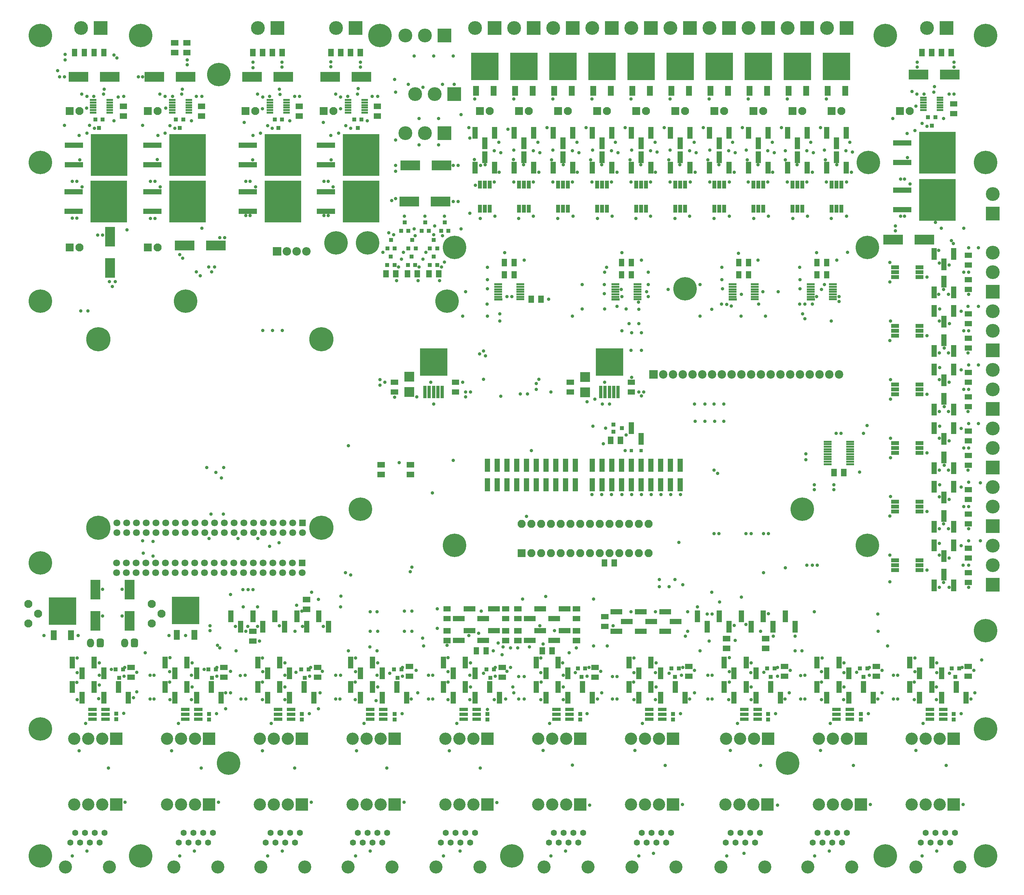
<source format=gts>
G04 #@! TF.GenerationSoftware,KiCad,Pcbnew,(5.1.6)-1*
G04 #@! TF.CreationDate,2023-01-22T17:07:03+01:00*
G04 #@! TF.ProjectId,central-control-unit,63656e74-7261-46c2-9d63-6f6e74726f6c,rev?*
G04 #@! TF.SameCoordinates,Original*
G04 #@! TF.FileFunction,Soldermask,Top*
G04 #@! TF.FilePolarity,Negative*
%FSLAX46Y46*%
G04 Gerber Fmt 4.6, Leading zero omitted, Abs format (unit mm)*
G04 Created by KiCad (PCBNEW (5.1.6)-1) date 2023-01-22 17:07:03*
%MOMM*%
%LPD*%
G01*
G04 APERTURE LIST*
%ADD10C,0.900000*%
%ADD11C,6.100000*%
%ADD12R,3.600000X3.600000*%
%ADD13C,3.600000*%
%ADD14R,1.100000X1.100000*%
%ADD15C,0.100000*%
%ADD16R,2.600000X5.100000*%
%ADD17R,3.100000X1.350000*%
%ADD18R,1.350000X3.100000*%
%ADD19C,2.100000*%
%ADD20R,1.600000X2.600000*%
%ADD21R,7.100000X7.100000*%
%ADD22O,1.840000X2.290000*%
%ADD23C,2.200000*%
%ADD24R,2.200000X2.200000*%
%ADD25C,1.800000*%
%ADD26R,1.800000X1.800000*%
%ADD27C,6.300000*%
%ADD28O,2.200000X2.200000*%
%ADD29O,2.100000X2.100000*%
%ADD30R,2.100000X2.100000*%
%ADD31R,1.400000X3.400000*%
%ADD32R,1.400000X3.350000*%
%ADD33R,2.100000X0.600000*%
%ADD34R,0.850000X3.300000*%
%ADD35R,5.100000X2.600000*%
%ADD36R,1.800000X0.550000*%
%ADD37R,1.000000X1.000000*%
%ADD38O,3.200000X3.200000*%
%ADD39R,3.200000X3.200000*%
%ADD40R,2.100000X1.000000*%
%ADD41R,1.000000X2.100000*%
%ADD42R,9.500000X10.900000*%
%ADD43R,4.700000X1.350000*%
%ADD44C,1.600000*%
%ADD45C,3.400000*%
%ADD46R,2.300000X0.900000*%
%ADD47R,0.900000X0.900000*%
%ADD48R,2.600000X2.600000*%
G04 APERTURE END LIST*
D10*
X172148500Y-126746000D03*
X126428500Y-127000000D03*
X104203500Y-123952000D03*
X145478500Y-122428000D03*
X130111500Y-115824000D03*
X59626500Y-93218000D03*
X35369500Y-97028000D03*
X161607500Y-120142000D03*
X166052500Y-120142000D03*
X166052500Y-115443000D03*
X161607500Y-115443000D03*
X163893500Y-117856000D03*
X118173500Y-117856000D03*
X115887500Y-120396000D03*
X120332500Y-120396000D03*
X120332500Y-115570000D03*
X115887500Y-115570000D03*
D11*
X121602500Y-102108000D03*
D10*
X245427500Y-211963000D03*
X221297500Y-211963000D03*
X197167500Y-211963000D03*
X172402500Y-211963000D03*
X148272500Y-211963000D03*
X124142500Y-211963000D03*
X100012500Y-211963000D03*
X75882500Y-211963000D03*
X51752500Y-211963000D03*
X27622500Y-211963000D03*
D12*
X120967500Y-58420000D03*
D13*
X115887500Y-58420000D03*
X110807500Y-58420000D03*
X115887500Y-33020000D03*
D12*
X120967500Y-33020000D03*
D13*
X110807500Y-33020000D03*
D12*
X123507500Y-48260000D03*
D13*
X118427500Y-48260000D03*
X113347500Y-48260000D03*
D10*
X113093500Y-38354000D03*
X118173500Y-38354000D03*
X123253500Y-38354000D03*
X123507500Y-45720000D03*
X115379500Y-46482000D03*
X108013500Y-44450000D03*
X114363500Y-54610000D03*
X119443500Y-54610000D03*
X125285500Y-53594000D03*
X108267500Y-60198000D03*
X119443500Y-61468000D03*
X114363500Y-61468000D03*
X125285500Y-83312000D03*
X120205500Y-93218000D03*
X114363500Y-93218000D03*
X109029500Y-93218000D03*
X113347500Y-85090000D03*
X120459500Y-45720000D03*
X111569500Y-45720000D03*
X108267500Y-47752000D03*
X127571500Y-59690000D03*
X127571500Y-79248000D03*
X118427500Y-82550000D03*
X118173500Y-84836000D03*
X120967500Y-91948000D03*
X115379500Y-91186000D03*
X109791500Y-91186000D03*
X108267500Y-68326000D03*
X108267500Y-66802000D03*
X124523500Y-66802000D03*
X123253500Y-66802000D03*
X107251500Y-75946000D03*
X108267500Y-75438000D03*
X124523500Y-76200000D03*
X123253500Y-76200000D03*
X120967500Y-80010000D03*
X107759500Y-84836000D03*
X110553500Y-80010000D03*
X115887500Y-80010000D03*
X108521500Y-96774000D03*
X114109500Y-96774000D03*
X119697500Y-96774000D03*
X106489500Y-84328000D03*
X113093500Y-83312000D03*
X120459500Y-85090000D03*
X104965500Y-89408000D03*
X110299500Y-89408000D03*
X116141500Y-89408000D03*
D14*
X121033500Y-81620000D03*
X121983500Y-83820000D03*
X120083500Y-83820000D03*
X115953500Y-81620000D03*
X116903500Y-83820000D03*
X115003500Y-83820000D03*
X110619500Y-81620000D03*
X111569500Y-83820000D03*
X109669500Y-83820000D03*
D10*
X64071500Y-203962000D03*
X60007500Y-187833000D03*
X62547500Y-192278000D03*
X159575500Y-134620000D03*
X168211500Y-136906000D03*
X162877500Y-135128000D03*
X162242500Y-139192000D03*
X258635500Y-198120000D03*
X258889500Y-203962000D03*
X255587500Y-197358000D03*
X234759500Y-203962000D03*
X234759500Y-198120000D03*
X231457500Y-197358000D03*
X210883500Y-198120000D03*
X207581500Y-197358000D03*
X210629500Y-203962000D03*
X185991500Y-198120000D03*
X185991500Y-203962000D03*
X182943500Y-197358000D03*
X161861500Y-203962000D03*
X161607500Y-198374000D03*
X158559500Y-197358000D03*
X113982500Y-203962000D03*
X110045500Y-197358000D03*
X110045500Y-199644000D03*
X139001500Y-203962000D03*
X137223500Y-198374000D03*
X134175500Y-197358000D03*
X134175500Y-199644000D03*
X85915500Y-199644000D03*
X88582500Y-203962000D03*
X65341500Y-203962000D03*
X61912500Y-191643000D03*
X60007500Y-186563000D03*
X40957500Y-203708000D03*
X89217500Y-198374000D03*
X86169500Y-197358000D03*
X40957500Y-198628000D03*
X61785500Y-197358000D03*
X65341500Y-198374000D03*
X37782500Y-197358000D03*
D15*
G36*
X112773500Y-197804000D02*
G01*
X110873500Y-197804000D01*
X110873500Y-196404000D01*
X112773500Y-196404000D01*
X112773500Y-197804000D01*
G37*
G36*
X112773500Y-200344000D02*
G01*
X110873500Y-200344000D01*
X110873500Y-198944000D01*
X112773500Y-198944000D01*
X112773500Y-200344000D01*
G37*
G36*
X40383500Y-198058000D02*
G01*
X38483500Y-198058000D01*
X38483500Y-196658000D01*
X40383500Y-196658000D01*
X40383500Y-198058000D01*
G37*
G36*
X40383500Y-200598000D02*
G01*
X38483500Y-200598000D01*
X38483500Y-199198000D01*
X40383500Y-199198000D01*
X40383500Y-200598000D01*
G37*
G36*
X64513500Y-198058000D02*
G01*
X62613500Y-198058000D01*
X62613500Y-196658000D01*
X64513500Y-196658000D01*
X64513500Y-198058000D01*
G37*
G36*
X64513500Y-200598000D02*
G01*
X62613500Y-200598000D01*
X62613500Y-199198000D01*
X64513500Y-199198000D01*
X64513500Y-200598000D01*
G37*
G36*
X88897500Y-198058000D02*
G01*
X86997500Y-198058000D01*
X86997500Y-196658000D01*
X88897500Y-196658000D01*
X88897500Y-198058000D01*
G37*
G36*
X88897500Y-200598000D02*
G01*
X86997500Y-200598000D01*
X86997500Y-199198000D01*
X88897500Y-199198000D01*
X88897500Y-200598000D01*
G37*
G36*
X136903500Y-198058000D02*
G01*
X135003500Y-198058000D01*
X135003500Y-196658000D01*
X136903500Y-196658000D01*
X136903500Y-198058000D01*
G37*
G36*
X136903500Y-200598000D02*
G01*
X135003500Y-200598000D01*
X135003500Y-199198000D01*
X136903500Y-199198000D01*
X136903500Y-200598000D01*
G37*
G36*
X161033500Y-198058000D02*
G01*
X159133500Y-198058000D01*
X159133500Y-196658000D01*
X161033500Y-196658000D01*
X161033500Y-198058000D01*
G37*
G36*
X161033500Y-200598000D02*
G01*
X159133500Y-200598000D01*
X159133500Y-199198000D01*
X161033500Y-199198000D01*
X161033500Y-200598000D01*
G37*
G36*
X185417500Y-197804000D02*
G01*
X183517500Y-197804000D01*
X183517500Y-196404000D01*
X185417500Y-196404000D01*
X185417500Y-197804000D01*
G37*
G36*
X185417500Y-200344000D02*
G01*
X183517500Y-200344000D01*
X183517500Y-198944000D01*
X185417500Y-198944000D01*
X185417500Y-200344000D01*
G37*
G36*
X210309500Y-197804000D02*
G01*
X208409500Y-197804000D01*
X208409500Y-196404000D01*
X210309500Y-196404000D01*
X210309500Y-197804000D01*
G37*
G36*
X210309500Y-200344000D02*
G01*
X208409500Y-200344000D01*
X208409500Y-198944000D01*
X210309500Y-198944000D01*
X210309500Y-200344000D01*
G37*
G36*
X234185500Y-197804000D02*
G01*
X232285500Y-197804000D01*
X232285500Y-196404000D01*
X234185500Y-196404000D01*
X234185500Y-197804000D01*
G37*
G36*
X234185500Y-200344000D02*
G01*
X232285500Y-200344000D01*
X232285500Y-198944000D01*
X234185500Y-198944000D01*
X234185500Y-200344000D01*
G37*
G36*
X258061500Y-197804000D02*
G01*
X256161500Y-197804000D01*
X256161500Y-196404000D01*
X258061500Y-196404000D01*
X258061500Y-197804000D01*
G37*
G36*
X258061500Y-200344000D02*
G01*
X256161500Y-200344000D01*
X256161500Y-198944000D01*
X258061500Y-198944000D01*
X258061500Y-200344000D01*
G37*
D14*
X108775500Y-200082000D03*
X107825500Y-197882000D03*
X109725500Y-197882000D03*
X36385500Y-200082000D03*
X35435500Y-197882000D03*
X37335500Y-197882000D03*
X84645500Y-200082000D03*
X83695500Y-197882000D03*
X85595500Y-197882000D03*
X60515500Y-200082000D03*
X59565500Y-197882000D03*
X61465500Y-197882000D03*
X167125500Y-135128000D03*
X164925500Y-136078000D03*
X164925500Y-134178000D03*
X132839500Y-200066000D03*
X131889500Y-197866000D03*
X133789500Y-197866000D03*
X156593500Y-199812000D03*
X155643500Y-197612000D03*
X157543500Y-197612000D03*
X180911500Y-199828000D03*
X179961500Y-197628000D03*
X181861500Y-197628000D03*
X205803500Y-199828000D03*
X204853500Y-197628000D03*
X206753500Y-197628000D03*
X229933500Y-199828000D03*
X228983500Y-197628000D03*
X230883500Y-197628000D03*
X253809500Y-199828000D03*
X252859500Y-197628000D03*
X254759500Y-197628000D03*
D10*
X176847500Y-174498000D03*
X180911500Y-174498000D03*
X179387500Y-176403000D03*
X176847500Y-176403000D03*
X32067500Y-184023000D03*
X37147500Y-184023000D03*
X25717500Y-189103000D03*
D16*
X30162500Y-185293000D03*
X30162500Y-177165000D03*
X39052500Y-185293000D03*
X39052500Y-177165000D03*
D15*
G36*
X71820000Y-36515000D02*
G01*
X71820000Y-38415000D01*
X70420000Y-38415000D01*
X70420000Y-36515000D01*
X71820000Y-36515000D01*
G37*
G36*
X74360000Y-36515000D02*
G01*
X74360000Y-38415000D01*
X72960000Y-38415000D01*
X72960000Y-36515000D01*
X74360000Y-36515000D01*
G37*
G36*
X31685000Y-38415000D02*
G01*
X31685000Y-36515000D01*
X33085000Y-36515000D01*
X33085000Y-38415000D01*
X31685000Y-38415000D01*
G37*
G36*
X29145000Y-38415000D02*
G01*
X29145000Y-36515000D01*
X30545000Y-36515000D01*
X30545000Y-38415000D01*
X29145000Y-38415000D01*
G37*
G36*
X51750000Y-35625000D02*
G01*
X49850000Y-35625000D01*
X49850000Y-34225000D01*
X51750000Y-34225000D01*
X51750000Y-35625000D01*
G37*
G36*
X51750000Y-38165000D02*
G01*
X49850000Y-38165000D01*
X49850000Y-36765000D01*
X51750000Y-36765000D01*
X51750000Y-38165000D01*
G37*
G36*
X245810000Y-36515000D02*
G01*
X245810000Y-38415000D01*
X244410000Y-38415000D01*
X244410000Y-36515000D01*
X245810000Y-36515000D01*
G37*
G36*
X248350000Y-36515000D02*
G01*
X248350000Y-38415000D01*
X246950000Y-38415000D01*
X246950000Y-36515000D01*
X248350000Y-36515000D01*
G37*
G36*
X152720000Y-125030000D02*
G01*
X154620000Y-125030000D01*
X154620000Y-126430000D01*
X152720000Y-126430000D01*
X152720000Y-125030000D01*
G37*
G36*
X152720000Y-122490000D02*
G01*
X154620000Y-122490000D01*
X154620000Y-123890000D01*
X152720000Y-123890000D01*
X152720000Y-122490000D01*
G37*
G36*
X107000000Y-125030000D02*
G01*
X108900000Y-125030000D01*
X108900000Y-126430000D01*
X107000000Y-126430000D01*
X107000000Y-125030000D01*
G37*
G36*
X107000000Y-122490000D02*
G01*
X108900000Y-122490000D01*
X108900000Y-123890000D01*
X107000000Y-123890000D01*
X107000000Y-122490000D01*
G37*
G36*
X170495000Y-123890000D02*
G01*
X168595000Y-123890000D01*
X168595000Y-122490000D01*
X170495000Y-122490000D01*
X170495000Y-123890000D01*
G37*
G36*
X170495000Y-126430000D02*
G01*
X168595000Y-126430000D01*
X168595000Y-125030000D01*
X170495000Y-125030000D01*
X170495000Y-126430000D01*
G37*
G36*
X124775000Y-123890000D02*
G01*
X122875000Y-123890000D01*
X122875000Y-122490000D01*
X124775000Y-122490000D01*
X124775000Y-123890000D01*
G37*
G36*
X124775000Y-126430000D02*
G01*
X122875000Y-126430000D01*
X122875000Y-125030000D01*
X124775000Y-125030000D01*
X124775000Y-126430000D01*
G37*
G36*
X92140000Y-36515000D02*
G01*
X92140000Y-38415000D01*
X90740000Y-38415000D01*
X90740000Y-36515000D01*
X92140000Y-36515000D01*
G37*
G36*
X94680000Y-36515000D02*
G01*
X94680000Y-38415000D01*
X93280000Y-38415000D01*
X93280000Y-36515000D01*
X94680000Y-36515000D01*
G37*
G36*
X138365000Y-96200000D02*
G01*
X138365000Y-94300000D01*
X139765000Y-94300000D01*
X139765000Y-96200000D01*
X138365000Y-96200000D01*
G37*
G36*
X135825000Y-96200000D02*
G01*
X135825000Y-94300000D01*
X137225000Y-94300000D01*
X137225000Y-96200000D01*
X135825000Y-96200000D01*
G37*
G36*
X199325000Y-96200000D02*
G01*
X199325000Y-94300000D01*
X200725000Y-94300000D01*
X200725000Y-96200000D01*
X199325000Y-96200000D01*
G37*
G36*
X196785000Y-96200000D02*
G01*
X196785000Y-94300000D01*
X198185000Y-94300000D01*
X198185000Y-96200000D01*
X196785000Y-96200000D01*
G37*
G36*
X219645000Y-96200000D02*
G01*
X219645000Y-94300000D01*
X221045000Y-94300000D01*
X221045000Y-96200000D01*
X219645000Y-96200000D01*
G37*
G36*
X217105000Y-96200000D02*
G01*
X217105000Y-94300000D01*
X218505000Y-94300000D01*
X218505000Y-96200000D01*
X217105000Y-96200000D01*
G37*
G36*
X137225000Y-91125000D02*
G01*
X137225000Y-93025000D01*
X135825000Y-93025000D01*
X135825000Y-91125000D01*
X137225000Y-91125000D01*
G37*
G36*
X139765000Y-91125000D02*
G01*
X139765000Y-93025000D01*
X138365000Y-93025000D01*
X138365000Y-91125000D01*
X139765000Y-91125000D01*
G37*
G36*
X198185000Y-91125000D02*
G01*
X198185000Y-93025000D01*
X196785000Y-93025000D01*
X196785000Y-91125000D01*
X198185000Y-91125000D01*
G37*
G36*
X200725000Y-91125000D02*
G01*
X200725000Y-93025000D01*
X199325000Y-93025000D01*
X199325000Y-91125000D01*
X200725000Y-91125000D01*
G37*
G36*
X218505000Y-91125000D02*
G01*
X218505000Y-93025000D01*
X217105000Y-93025000D01*
X217105000Y-91125000D01*
X218505000Y-91125000D01*
G37*
G36*
X221045000Y-91125000D02*
G01*
X221045000Y-93025000D01*
X219645000Y-93025000D01*
X219645000Y-91125000D01*
X221045000Y-91125000D01*
G37*
G36*
X168845000Y-96200000D02*
G01*
X168845000Y-94300000D01*
X170245000Y-94300000D01*
X170245000Y-96200000D01*
X168845000Y-96200000D01*
G37*
G36*
X166305000Y-96200000D02*
G01*
X166305000Y-94300000D01*
X167705000Y-94300000D01*
X167705000Y-96200000D01*
X166305000Y-96200000D01*
G37*
G36*
X167705000Y-91125000D02*
G01*
X167705000Y-93025000D01*
X166305000Y-93025000D01*
X166305000Y-91125000D01*
X167705000Y-91125000D01*
G37*
G36*
X170245000Y-91125000D02*
G01*
X170245000Y-93025000D01*
X168845000Y-93025000D01*
X168845000Y-91125000D01*
X170245000Y-91125000D01*
G37*
G36*
X193360000Y-191705000D02*
G01*
X195260000Y-191705000D01*
X195260000Y-193105000D01*
X193360000Y-193105000D01*
X193360000Y-191705000D01*
G37*
G36*
X193360000Y-189165000D02*
G01*
X195260000Y-189165000D01*
X195260000Y-190565000D01*
X193360000Y-190565000D01*
X193360000Y-189165000D01*
G37*
G36*
X72070000Y-188660000D02*
G01*
X70170000Y-188660000D01*
X70170000Y-187260000D01*
X72070000Y-187260000D01*
X72070000Y-188660000D01*
G37*
G36*
X72070000Y-191200000D02*
G01*
X70170000Y-191200000D01*
X70170000Y-189800000D01*
X72070000Y-189800000D01*
X72070000Y-191200000D01*
G37*
D10*
X51752500Y-184658000D03*
X56197500Y-184658000D03*
X56197500Y-180848000D03*
X51752500Y-180848000D03*
X19367500Y-184658000D03*
X23812500Y-184658000D03*
X23812500Y-180848000D03*
X19367500Y-180848000D03*
X28257500Y-104648000D03*
X26352500Y-104648000D03*
X63817500Y-85598000D03*
X62547500Y-85598000D03*
X44386500Y-205613000D03*
D11*
X104203500Y-33020000D03*
X261620000Y-187833000D03*
D10*
X52895500Y-90932000D03*
X57467500Y-95504000D03*
X143065500Y-192024000D03*
X146621500Y-191262000D03*
X135953500Y-194056000D03*
X138112500Y-192278000D03*
X138747500Y-202438000D03*
X136207500Y-192024000D03*
X138112500Y-197358000D03*
X153352500Y-193548000D03*
X115252500Y-189738000D03*
X119062500Y-187198000D03*
X119062500Y-182118000D03*
X129857500Y-188468000D03*
X141287500Y-179578000D03*
X130492500Y-182753000D03*
X140017500Y-192278000D03*
X121602500Y-191643000D03*
X155257500Y-192278000D03*
X134937500Y-191008000D03*
X145732500Y-186563000D03*
X149542500Y-187833000D03*
X127317500Y-189103000D03*
X133667500Y-193040000D03*
D15*
G36*
X120652500Y-189673000D02*
G01*
X122552500Y-189673000D01*
X122552500Y-191073000D01*
X120652500Y-191073000D01*
X120652500Y-189673000D01*
G37*
G36*
X120652500Y-187133000D02*
G01*
X122552500Y-187133000D01*
X122552500Y-188533000D01*
X120652500Y-188533000D01*
X120652500Y-187133000D01*
G37*
G36*
X120652500Y-183958000D02*
G01*
X122552500Y-183958000D01*
X122552500Y-185358000D01*
X120652500Y-185358000D01*
X120652500Y-183958000D01*
G37*
G36*
X120652500Y-181418000D02*
G01*
X122552500Y-181418000D01*
X122552500Y-182818000D01*
X120652500Y-182818000D01*
X120652500Y-181418000D01*
G37*
G36*
X129922500Y-192090000D02*
G01*
X129922500Y-193990000D01*
X128522500Y-193990000D01*
X128522500Y-192090000D01*
X129922500Y-192090000D01*
G37*
G36*
X132462500Y-192090000D02*
G01*
X132462500Y-193990000D01*
X131062500Y-193990000D01*
X131062500Y-192090000D01*
X132462500Y-192090000D01*
G37*
G36*
X137792500Y-182818000D02*
G01*
X135892500Y-182818000D01*
X135892500Y-181418000D01*
X137792500Y-181418000D01*
X137792500Y-182818000D01*
G37*
G36*
X137792500Y-185358000D02*
G01*
X135892500Y-185358000D01*
X135892500Y-183958000D01*
X137792500Y-183958000D01*
X137792500Y-185358000D01*
G37*
G36*
X137792500Y-188533000D02*
G01*
X135892500Y-188533000D01*
X135892500Y-187133000D01*
X137792500Y-187133000D01*
X137792500Y-188533000D01*
G37*
G36*
X137792500Y-191073000D02*
G01*
X135892500Y-191073000D01*
X135892500Y-189673000D01*
X137792500Y-189673000D01*
X137792500Y-191073000D01*
G37*
G36*
X139067500Y-189673000D02*
G01*
X140967500Y-189673000D01*
X140967500Y-191073000D01*
X139067500Y-191073000D01*
X139067500Y-189673000D01*
G37*
G36*
X139067500Y-187133000D02*
G01*
X140967500Y-187133000D01*
X140967500Y-188533000D01*
X139067500Y-188533000D01*
X139067500Y-187133000D01*
G37*
G36*
X139067500Y-183958000D02*
G01*
X140967500Y-183958000D01*
X140967500Y-185358000D01*
X139067500Y-185358000D01*
X139067500Y-183958000D01*
G37*
G36*
X139067500Y-181418000D02*
G01*
X140967500Y-181418000D01*
X140967500Y-182818000D01*
X139067500Y-182818000D01*
X139067500Y-181418000D01*
G37*
G36*
X147067500Y-192090000D02*
G01*
X147067500Y-193990000D01*
X145667500Y-193990000D01*
X145667500Y-192090000D01*
X147067500Y-192090000D01*
G37*
G36*
X149607500Y-192090000D02*
G01*
X149607500Y-193990000D01*
X148207500Y-193990000D01*
X148207500Y-192090000D01*
X149607500Y-192090000D01*
G37*
G36*
X156207500Y-182818000D02*
G01*
X154307500Y-182818000D01*
X154307500Y-181418000D01*
X156207500Y-181418000D01*
X156207500Y-182818000D01*
G37*
G36*
X156207500Y-185358000D02*
G01*
X154307500Y-185358000D01*
X154307500Y-183958000D01*
X156207500Y-183958000D01*
X156207500Y-185358000D01*
G37*
G36*
X156207500Y-188533000D02*
G01*
X154307500Y-188533000D01*
X154307500Y-187133000D01*
X156207500Y-187133000D01*
X156207500Y-188533000D01*
G37*
G36*
X156207500Y-191073000D02*
G01*
X154307500Y-191073000D01*
X154307500Y-189673000D01*
X156207500Y-189673000D01*
X156207500Y-191073000D01*
G37*
D17*
X127422500Y-182118000D03*
X124672500Y-184658000D03*
X124672500Y-190373000D03*
X127422500Y-187833000D03*
X133772500Y-187833000D03*
X131022500Y-190373000D03*
X133772500Y-182118000D03*
X131022500Y-184658000D03*
X145837500Y-182118000D03*
X143087500Y-184658000D03*
X143087500Y-190373000D03*
X145837500Y-187833000D03*
X152187500Y-187833000D03*
X149437500Y-190373000D03*
X152187500Y-182118000D03*
X149437500Y-184658000D03*
D10*
X246062500Y-72263000D03*
X249237500Y-72263000D03*
X249237500Y-76073000D03*
X246062500Y-76073000D03*
X246062500Y-79248000D03*
X249237500Y-79248000D03*
X251777500Y-79248000D03*
X251777500Y-76073000D03*
X251777500Y-72263000D03*
X246062500Y-60198000D03*
X249237500Y-60198000D03*
X249237500Y-64008000D03*
X246062500Y-64008000D03*
X246062500Y-67183000D03*
X249237500Y-67183000D03*
X251777500Y-67183000D03*
X251777500Y-64008000D03*
X251777500Y-60198000D03*
X167957500Y-57023000D03*
X220662500Y-43053000D03*
X225107500Y-43053000D03*
X225107500Y-39243000D03*
X220662500Y-39243000D03*
X210502500Y-43053000D03*
X214947500Y-43053000D03*
X214947500Y-39243000D03*
X210502500Y-39243000D03*
X204787500Y-43053000D03*
X200342500Y-43053000D03*
X204787500Y-39243000D03*
X200342500Y-39243000D03*
X190182500Y-43053000D03*
X194627500Y-43053000D03*
X194627500Y-39243000D03*
X190182500Y-39243000D03*
X180022500Y-43053000D03*
X184467500Y-43053000D03*
X184467500Y-39243000D03*
X180022500Y-39243000D03*
X169862500Y-43053000D03*
X174307500Y-43053000D03*
X174307500Y-39243000D03*
X169862500Y-39243000D03*
X159702500Y-43053000D03*
X164147500Y-43053000D03*
X164147500Y-39243000D03*
X159702500Y-39243000D03*
X149542500Y-43053000D03*
X153987500Y-43053000D03*
X153987500Y-39243000D03*
X149542500Y-39243000D03*
X139382500Y-43053000D03*
X143827500Y-43053000D03*
X143827500Y-39243000D03*
X139382500Y-39243000D03*
X129222500Y-43053000D03*
X133667500Y-43053000D03*
X133667500Y-39243000D03*
X129222500Y-39243000D03*
X102552500Y-79883000D03*
X99377500Y-79883000D03*
X96202500Y-79883000D03*
X96202500Y-76073000D03*
X96202500Y-72263000D03*
X99377500Y-72263000D03*
X102552500Y-72263000D03*
X96202500Y-67818000D03*
X99377500Y-67818000D03*
X102552500Y-67818000D03*
X102552500Y-64008000D03*
X99377500Y-64008000D03*
X96202500Y-64008000D03*
X96202500Y-60325000D03*
X99377500Y-60325000D03*
X102298500Y-60325000D03*
X75882500Y-79248000D03*
X79057500Y-79248000D03*
X81597500Y-79248000D03*
X75882500Y-76073000D03*
X75882500Y-72263000D03*
X79057500Y-72263000D03*
X81978500Y-72390000D03*
X75882500Y-67818000D03*
X79057500Y-67818000D03*
X81597500Y-67818000D03*
X81597500Y-64008000D03*
X79057500Y-64008000D03*
X75882500Y-64008000D03*
X75882500Y-60198000D03*
X79057500Y-60198000D03*
X81597500Y-60198000D03*
X30797500Y-79883000D03*
X33972500Y-79883000D03*
X37147500Y-79883000D03*
X37147500Y-76073000D03*
X33972500Y-76073000D03*
X30797500Y-76073000D03*
X30797500Y-72263000D03*
X33972500Y-72263000D03*
X36893500Y-72263000D03*
X30797500Y-67818000D03*
X33972500Y-67818000D03*
X37147500Y-67818000D03*
X37147500Y-64008000D03*
X33972500Y-64008000D03*
X30797500Y-64008000D03*
X30797500Y-60198000D03*
X33972500Y-60198000D03*
X37147500Y-60198000D03*
X51117500Y-79248000D03*
X54292500Y-79248000D03*
X56832500Y-79248000D03*
X56832500Y-76073000D03*
X54292500Y-76073000D03*
X51117500Y-76073000D03*
X51117500Y-71628000D03*
X54292500Y-71755000D03*
X56832500Y-71755000D03*
X54292500Y-67818000D03*
X54292500Y-64008000D03*
X54292500Y-60198000D03*
X51117500Y-64008000D03*
X51117500Y-67818000D03*
X56832500Y-67818000D03*
X56832500Y-64008000D03*
X56832500Y-60198000D03*
X51117500Y-60198000D03*
X22288500Y-37973000D03*
X22288500Y-39370000D03*
X37528500Y-48895000D03*
X32448500Y-46990000D03*
X32321500Y-48260000D03*
X36131500Y-49022000D03*
X29781500Y-48895000D03*
X26606500Y-48260000D03*
X27876500Y-51943000D03*
X34988500Y-55245000D03*
X29908500Y-57150000D03*
X28003500Y-58420000D03*
X20383500Y-42164000D03*
X20891500Y-43815000D03*
X22161500Y-43815000D03*
X28003500Y-48895000D03*
X28638500Y-56388000D03*
X22161500Y-56388000D03*
X25971500Y-59055000D03*
X26098500Y-65405000D03*
X26733500Y-72390000D03*
X24193500Y-70993000D03*
X25336500Y-70993000D03*
X24193500Y-80518000D03*
X25336500Y-80518000D03*
X30797500Y-84963000D03*
X32067500Y-84963000D03*
X38417500Y-83566000D03*
X34988500Y-38100000D03*
X35750500Y-38862000D03*
X54038500Y-39370000D03*
X54038500Y-40640000D03*
X57848500Y-48895000D03*
X52768500Y-46990000D03*
X52641500Y-48260000D03*
X56451500Y-48895000D03*
X50228500Y-48895000D03*
X46926500Y-48260000D03*
X48450500Y-51943000D03*
X55181500Y-55245000D03*
X50863500Y-57150000D03*
X48323500Y-58420000D03*
X41338500Y-43815000D03*
X42481500Y-43815000D03*
X48323500Y-48895000D03*
X49593500Y-56515000D03*
X42481500Y-56388000D03*
X46418500Y-59055000D03*
X46291500Y-65278000D03*
X47053500Y-72390000D03*
X44513500Y-70993000D03*
X45656500Y-70993000D03*
X44513500Y-80645000D03*
X45656500Y-80645000D03*
X72326500Y-48260000D03*
X73596500Y-52070000D03*
X78676500Y-40005000D03*
X78676500Y-41275000D03*
X83248500Y-48895000D03*
X78041500Y-46990000D03*
X75501500Y-48895000D03*
X78168500Y-48387000D03*
X81978500Y-48895000D03*
X80708500Y-55245000D03*
X71183500Y-40005000D03*
X71183500Y-41402000D03*
X73723500Y-49022000D03*
X74993500Y-56515000D03*
X68897500Y-55626000D03*
X76136500Y-57150000D03*
X73088500Y-58420000D03*
X71183500Y-59055000D03*
X71056500Y-65405000D03*
X71818500Y-72390000D03*
X69278500Y-70993000D03*
X70421500Y-70993000D03*
X69278500Y-79883000D03*
X70421500Y-79883000D03*
X99123500Y-40005000D03*
X99123500Y-41275000D03*
X98488500Y-46863000D03*
X98361500Y-48260000D03*
X95821500Y-48895000D03*
X102171500Y-48895000D03*
X103568500Y-48895000D03*
X92646500Y-48260000D03*
X93916500Y-52070000D03*
X100901500Y-55245000D03*
X96583500Y-57150000D03*
X91376500Y-39878000D03*
X91376500Y-41148000D03*
X93916500Y-49022000D03*
X89471500Y-55626000D03*
X95313500Y-56515000D03*
X91376500Y-59055000D03*
X93408500Y-58420000D03*
X91503500Y-65405000D03*
X92011500Y-72390000D03*
X89598500Y-70993000D03*
X90741500Y-70993000D03*
X89598500Y-79883000D03*
X90741500Y-79883000D03*
X33845500Y-97028000D03*
X34607500Y-98298000D03*
X73723500Y-109728000D03*
X76263500Y-109728000D03*
X78803500Y-109728000D03*
X52133500Y-90043000D03*
X56451500Y-94488000D03*
X57848500Y-83185000D03*
X60388500Y-94488000D03*
X61150500Y-93218000D03*
X79057500Y-76200000D03*
X81597500Y-76200000D03*
X99250500Y-76200000D03*
X102552500Y-76200000D03*
X130365500Y-66802000D03*
X133921500Y-62992000D03*
X135572500Y-63500000D03*
X131508500Y-66675000D03*
X128968500Y-72009000D03*
X133921500Y-71120000D03*
X128841500Y-49530000D03*
X139001500Y-49530000D03*
X144081500Y-62992000D03*
X139001500Y-62865000D03*
X145732500Y-63500000D03*
X141541500Y-66675000D03*
X139001500Y-71120000D03*
X144081500Y-71120000D03*
X149161500Y-49530000D03*
X149161500Y-62865000D03*
X154241500Y-62992000D03*
X155892500Y-63500000D03*
X151828500Y-66675000D03*
X149161500Y-71120000D03*
X154241500Y-71120000D03*
X159321500Y-49530000D03*
X164401500Y-62992000D03*
X159448500Y-62865000D03*
X166052500Y-63500000D03*
X161861500Y-66675000D03*
X159321500Y-71120000D03*
X164401500Y-71120000D03*
X169481500Y-49530000D03*
X174561500Y-62992000D03*
X176212500Y-63373000D03*
X169608500Y-62865000D03*
X172021500Y-66675000D03*
X169481500Y-71120000D03*
X174561500Y-71120000D03*
X179641500Y-49530000D03*
X179641500Y-62865000D03*
X184721500Y-62992000D03*
X186372500Y-63500000D03*
X182181500Y-66675000D03*
X179641500Y-71120000D03*
X184848500Y-71120000D03*
X189801500Y-49530000D03*
X189928500Y-62865000D03*
X194881500Y-62992000D03*
X196532500Y-63500000D03*
X192341500Y-66675000D03*
X189928500Y-71120000D03*
X195008500Y-71120000D03*
X199961500Y-49530000D03*
X199453500Y-62865000D03*
X205041500Y-62992000D03*
X206692500Y-63500000D03*
X202501500Y-66675000D03*
X199961500Y-71120000D03*
X205041500Y-71120000D03*
X210121500Y-49530000D03*
X209613500Y-62992000D03*
X215201500Y-62992000D03*
X216852500Y-63500000D03*
X212661500Y-66675000D03*
X210121500Y-71120000D03*
X215201500Y-71120000D03*
X220281500Y-49530000D03*
X225361500Y-62992000D03*
X219773500Y-62865000D03*
X227012500Y-63373000D03*
X222948500Y-66675000D03*
X220281500Y-71120000D03*
X225488500Y-71120000D03*
X131381500Y-41021000D03*
X141541500Y-41021000D03*
X151701500Y-41021000D03*
X161861500Y-41021000D03*
X172021500Y-41021000D03*
X182181500Y-41148000D03*
X192341500Y-41021000D03*
X202501500Y-41148000D03*
X212788500Y-41148000D03*
X222821500Y-41021000D03*
X127317500Y-57023000D03*
X137477500Y-57404000D03*
X147637500Y-57023000D03*
X157797500Y-57023000D03*
X178117500Y-57023000D03*
X188277500Y-57023000D03*
X198437500Y-57023000D03*
X208597500Y-57023000D03*
X218757500Y-57023000D03*
X135064500Y-60833000D03*
X145224500Y-60833000D03*
X155384500Y-60833000D03*
X165417500Y-60833000D03*
X175704500Y-60833000D03*
X185864500Y-60833000D03*
X195897500Y-60833000D03*
X206184500Y-60833000D03*
X216217500Y-60833000D03*
X226377500Y-60833000D03*
X128714500Y-65278000D03*
X138874500Y-65278000D03*
X148780500Y-65405000D03*
X158940500Y-65405000D03*
X169227500Y-65405000D03*
X179260500Y-65405000D03*
X189420500Y-65405000D03*
X199707500Y-65405000D03*
X209613500Y-65405000D03*
X220027500Y-65405000D03*
X135191500Y-68580000D03*
X145478500Y-68580000D03*
X155511500Y-68580000D03*
X165798500Y-68580000D03*
X175831500Y-68580000D03*
X186118500Y-68580000D03*
X196278500Y-68580000D03*
X206311500Y-68580000D03*
X216598500Y-68580000D03*
X226758500Y-68580000D03*
X243903500Y-41275000D03*
X243903500Y-40005000D03*
X253428500Y-41275000D03*
X253428500Y-40005000D03*
X242506500Y-47625000D03*
X248348500Y-46355000D03*
X245681500Y-48260000D03*
X248221500Y-47752000D03*
X252158500Y-48260000D03*
X253428500Y-48260000D03*
X250761500Y-54610000D03*
X243522500Y-51435000D03*
X246443500Y-56642000D03*
X243776500Y-48260000D03*
X245173500Y-55880000D03*
X237553500Y-54610000D03*
X241236500Y-58547000D03*
X248602500Y-81661000D03*
X241363500Y-64770000D03*
X243268500Y-57785000D03*
X241998500Y-71628000D03*
X239585500Y-70358000D03*
X240601500Y-70358000D03*
X239585500Y-80010000D03*
X240601500Y-80010000D03*
X238188500Y-83820000D03*
X238188500Y-82550000D03*
X250126500Y-83185000D03*
X255968500Y-83185000D03*
X252793500Y-86360000D03*
X253301500Y-87122000D03*
X257238500Y-88265000D03*
X259778500Y-88265000D03*
X249618500Y-92202000D03*
X252158500Y-92710000D03*
X257238500Y-94615000D03*
X255968500Y-94615000D03*
X246443500Y-95885000D03*
X250761500Y-99060000D03*
X257238500Y-100330000D03*
X257111500Y-103505000D03*
X259778500Y-103505000D03*
X255968500Y-109855000D03*
X257238500Y-109855000D03*
X249618500Y-107315000D03*
X252285500Y-107950000D03*
X246443500Y-111125000D03*
X250888500Y-114300000D03*
X257111500Y-115570000D03*
X257238500Y-118745000D03*
X259778500Y-118745000D03*
X249618500Y-122555000D03*
X252158500Y-123190000D03*
X257238500Y-125095000D03*
X255968500Y-125095000D03*
X246443500Y-126365000D03*
X250888500Y-129540000D03*
X257111500Y-130810000D03*
X257238500Y-133985000D03*
X259778500Y-133985000D03*
X249618500Y-137795000D03*
X252158500Y-138430000D03*
X255968500Y-140335000D03*
X257238500Y-140335000D03*
X246443500Y-141605000D03*
X250888500Y-144780000D03*
X257111500Y-146050000D03*
X257238500Y-149225000D03*
X260286500Y-149352000D03*
X246443500Y-156845000D03*
X249618500Y-153035000D03*
X252158500Y-153670000D03*
X257238500Y-155575000D03*
X255968500Y-155575000D03*
X250761500Y-160020000D03*
X257238500Y-161290000D03*
X249491500Y-100330000D03*
X249618500Y-115570000D03*
X249618500Y-130810000D03*
X249618500Y-146050000D03*
X249618500Y-161290000D03*
X249491500Y-88900000D03*
X249745500Y-104140000D03*
X249745500Y-119380000D03*
X249745500Y-134620000D03*
X249745500Y-149860000D03*
X252031500Y-100330000D03*
X252031500Y-115570000D03*
X252031500Y-130810000D03*
X252031500Y-146050000D03*
X252031500Y-161290000D03*
X255333500Y-104775000D03*
X255333500Y-120015000D03*
X255333500Y-135255000D03*
X255333500Y-150495000D03*
X260286500Y-164465000D03*
X257238500Y-164465000D03*
X249618500Y-165100000D03*
X255333500Y-165735000D03*
X255841500Y-170815000D03*
X257238500Y-170815000D03*
X257238500Y-176530000D03*
X246443500Y-172085000D03*
X249618500Y-168148000D03*
X252158500Y-168910000D03*
X250761500Y-175260000D03*
X252158500Y-176530000D03*
X249618500Y-176530000D03*
X236791500Y-175133000D03*
X236791500Y-168148000D03*
X236791500Y-92075000D03*
X236791500Y-97155000D03*
X236791500Y-112395000D03*
X236918500Y-107315000D03*
X236918500Y-122555000D03*
X236918500Y-127635000D03*
X236791500Y-157988000D03*
X236918500Y-152908000D03*
X228917500Y-146558000D03*
X236918500Y-142875000D03*
X236918500Y-137795000D03*
X224091500Y-136525000D03*
X229933500Y-136525000D03*
X230822500Y-134493000D03*
X222821500Y-136525000D03*
X214947500Y-143383000D03*
X214947500Y-141859000D03*
X225488500Y-80010000D03*
X215328500Y-80010000D03*
X205168500Y-80010000D03*
X195008500Y-80010000D03*
X184721500Y-80010000D03*
X174561500Y-80010000D03*
X164528500Y-80010000D03*
X154368500Y-80010000D03*
X221551500Y-80645000D03*
X211518500Y-80645000D03*
X201358500Y-80645000D03*
X191071500Y-80645000D03*
X180911500Y-80645000D03*
X170751500Y-80645000D03*
X160718500Y-80645000D03*
X150431500Y-80645000D03*
X140271500Y-80645000D03*
X130238500Y-80645000D03*
X144081500Y-80010000D03*
X134048500Y-80010000D03*
X225742500Y-89408000D03*
X223583500Y-100965000D03*
X223583500Y-102235000D03*
X217741500Y-100965000D03*
X219011500Y-99060000D03*
X219773500Y-97790000D03*
X222948500Y-91440000D03*
X221551500Y-107315000D03*
X214693500Y-106680000D03*
X214058500Y-105410000D03*
X214693500Y-102870000D03*
X213296500Y-102870000D03*
X213423500Y-98933000D03*
X213423500Y-96520000D03*
X213296500Y-93345000D03*
X217741500Y-89535000D03*
X216598500Y-102870000D03*
X207708500Y-99695000D03*
X198056500Y-106045000D03*
X204406500Y-106045000D03*
X202628500Y-102870000D03*
X203771500Y-99695000D03*
X198183500Y-100330000D03*
X194373500Y-102997000D03*
X190436500Y-104267000D03*
X192976500Y-102870000D03*
X193230500Y-98933000D03*
X193103500Y-96520000D03*
X193103500Y-93345000D03*
X202501500Y-91440000D03*
X197421500Y-89662000D03*
X195516500Y-103378000D03*
X187388500Y-97790000D03*
X187388500Y-106045000D03*
X173926500Y-94615000D03*
X173926500Y-97790000D03*
X173545500Y-99695000D03*
X173926500Y-100965000D03*
X171386500Y-102362000D03*
X171513500Y-107950000D03*
X171513500Y-104267000D03*
X168973500Y-107950000D03*
X154241500Y-106045000D03*
X167068500Y-109855000D03*
X168211500Y-104140000D03*
X167068500Y-100965000D03*
X166941500Y-99060000D03*
X163131500Y-93345000D03*
X162623500Y-94615000D03*
X162496500Y-97790000D03*
X162496500Y-100203000D03*
X162623500Y-104140000D03*
X172148500Y-91440000D03*
X167068500Y-89535000D03*
X179133500Y-99060000D03*
X165798500Y-103505000D03*
X156781500Y-104140000D03*
X156781500Y-97790000D03*
X138493500Y-100965000D03*
X137223500Y-100965000D03*
X132016500Y-102870000D03*
X132143500Y-98933000D03*
X132143500Y-96520000D03*
X132143500Y-93345000D03*
X141668500Y-91440000D03*
X136588500Y-89535000D03*
X126428500Y-99695000D03*
X148018500Y-101600000D03*
X135318500Y-105410000D03*
X135318500Y-107315000D03*
X132143500Y-106045000D03*
X125666500Y-106045000D03*
X131127500Y-115062000D03*
X131635500Y-116332000D03*
X131127500Y-122428000D03*
X135572500Y-126873000D03*
X169608500Y-110363000D03*
X172148500Y-110363000D03*
X172148500Y-114935000D03*
X169481500Y-114935000D03*
X104203500Y-122555000D03*
X105473500Y-123190000D03*
X108013500Y-127127000D03*
X117411500Y-123190000D03*
X113728500Y-127000000D03*
X118173500Y-128905000D03*
X125666500Y-123190000D03*
X126428500Y-125730000D03*
X127698500Y-125730000D03*
X144843500Y-123571000D03*
X144843500Y-125095000D03*
X169608500Y-121920000D03*
X162623500Y-123190000D03*
X140652500Y-126238000D03*
X142557500Y-126238000D03*
X148653500Y-125730000D03*
X158051500Y-128270000D03*
X161988500Y-128905000D03*
X163893500Y-128905000D03*
X160083500Y-127635000D03*
X171513500Y-125730000D03*
X172783500Y-125730000D03*
X193611500Y-128905000D03*
X191071500Y-128905000D03*
X188658500Y-128905000D03*
X185991500Y-128905000D03*
X193611500Y-133350000D03*
X191198500Y-133350000D03*
X188658500Y-133350000D03*
X186118500Y-133350000D03*
X167957500Y-140970000D03*
X143573500Y-140970000D03*
X123253500Y-143510000D03*
X109156500Y-144145000D03*
X95948500Y-139700000D03*
X59118500Y-145415000D03*
X63563500Y-145415000D03*
X61531500Y-146685000D03*
X62928500Y-148082000D03*
X60261500Y-157480000D03*
X63436500Y-157480000D03*
X42608500Y-167640000D03*
X42481500Y-164465000D03*
X45148500Y-168402000D03*
X45148500Y-164592000D03*
X59753500Y-163830000D03*
X67246500Y-163830000D03*
X72453500Y-163830000D03*
X75501500Y-165862000D03*
X77914500Y-164973000D03*
X117792500Y-152019000D03*
X191960500Y-146939000D03*
X191071500Y-146050000D03*
X182308500Y-152400000D03*
X179768500Y-152400000D03*
X177228500Y-152400000D03*
X174688500Y-152400000D03*
X172148500Y-152400000D03*
X169608500Y-152400000D03*
X167068500Y-152400000D03*
X164401500Y-152400000D03*
X161861500Y-152400000D03*
X159321500Y-152400000D03*
X142303500Y-158115000D03*
X96583500Y-173355000D03*
X112077500Y-172466000D03*
X95186500Y-172720000D03*
X112458500Y-171323000D03*
X205168500Y-162560000D03*
X203898500Y-162560000D03*
X200723500Y-162560000D03*
X199326500Y-162560000D03*
X192341500Y-162560000D03*
X191071500Y-162560000D03*
X215201500Y-170815000D03*
X216598500Y-170815000D03*
X217868500Y-170815000D03*
X217106500Y-149860000D03*
X222186500Y-149860000D03*
X217106500Y-151130000D03*
X222186500Y-151130000D03*
X233616500Y-183515000D03*
X209613500Y-171450000D03*
X203898500Y-172720000D03*
X181927500Y-164846000D03*
X182943500Y-175895000D03*
X217106500Y-182880000D03*
X212153500Y-189230000D03*
X206438500Y-189230000D03*
X205168500Y-183388000D03*
X198183500Y-179070000D03*
X203136500Y-187960000D03*
X199326500Y-186182000D03*
X196278500Y-186436000D03*
X190436500Y-177800000D03*
X192468500Y-180340000D03*
X189293500Y-183515000D03*
X190563500Y-183515000D03*
X196532500Y-190373000D03*
X189801500Y-190500000D03*
X186753500Y-181610000D03*
X184213500Y-182880000D03*
X184213500Y-187960000D03*
X183578500Y-189230000D03*
X175831500Y-182880000D03*
X169481500Y-182880000D03*
X164782500Y-186563000D03*
X159702500Y-179578000D03*
X147256500Y-178943000D03*
X94043500Y-178816000D03*
X93916500Y-181610000D03*
X115506500Y-191770000D03*
X112458500Y-182753000D03*
X110553500Y-182753000D03*
X103441500Y-182880000D03*
X101663500Y-182880000D03*
X112458500Y-187960000D03*
X110553500Y-187960000D03*
X103568500Y-187960000D03*
X101663500Y-187960000D03*
X101536500Y-192024000D03*
X103441500Y-193040000D03*
X95948500Y-193040000D03*
X89471500Y-186690000D03*
X88201500Y-179705000D03*
X86423500Y-177800000D03*
X71183500Y-177165000D03*
X69913500Y-177165000D03*
X65341500Y-178435000D03*
X68516500Y-177165000D03*
X68643500Y-181610000D03*
X72326500Y-181610000D03*
X82486500Y-181229000D03*
X83883500Y-182753000D03*
X84010500Y-186690000D03*
X78041500Y-186563000D03*
X69786500Y-186690000D03*
X72326500Y-186690000D03*
X66611500Y-186690000D03*
X82105500Y-187960000D03*
X69278500Y-187960000D03*
X72834500Y-190500000D03*
X53022500Y-182118000D03*
X54546500Y-183642000D03*
X21907500Y-183388000D03*
X20637500Y-182118000D03*
X53657500Y-189103000D03*
X49276000Y-189103000D03*
X16827500Y-189103000D03*
X32067500Y-177038000D03*
X37147500Y-177038000D03*
X260667500Y-195453000D03*
X257873500Y-205613000D03*
X243141500Y-205740000D03*
X248856500Y-205740000D03*
X238823500Y-205613000D03*
X237680500Y-205613000D03*
X238823500Y-199390000D03*
X237680500Y-199390000D03*
X243268500Y-198501000D03*
X248983500Y-198755000D03*
X252285500Y-198882000D03*
X255333500Y-209423000D03*
X248856500Y-202438000D03*
X243141500Y-201168000D03*
X248983500Y-196215000D03*
X243268500Y-194945000D03*
X236156500Y-191770000D03*
X233743500Y-187960000D03*
X233616500Y-205613000D03*
X219011500Y-205740000D03*
X224726500Y-205740000D03*
X213550500Y-205613000D03*
X214693500Y-205613000D03*
X214693500Y-199390000D03*
X213550500Y-199517000D03*
X219011500Y-198501000D03*
X224853500Y-198755000D03*
X228155500Y-198628000D03*
X231203500Y-209423000D03*
X231457500Y-199390000D03*
X224853500Y-202438000D03*
X219011500Y-201168000D03*
X224853500Y-196215000D03*
X219138500Y-194945000D03*
X213931500Y-193040000D03*
X212153500Y-193040000D03*
X209486500Y-205613000D03*
X200723500Y-205740000D03*
X194881500Y-205740000D03*
X190563500Y-205613000D03*
X189420500Y-205613000D03*
X190563500Y-199390000D03*
X189420500Y-199390000D03*
X195008500Y-198501000D03*
X200596500Y-198755000D03*
X207073500Y-209423000D03*
X207581500Y-199644000D03*
X204025500Y-198628000D03*
X200723500Y-202438000D03*
X195008500Y-201168000D03*
X200723500Y-196215000D03*
X195008500Y-194818000D03*
X187388500Y-193040000D03*
X163258500Y-191770000D03*
X184721500Y-205613000D03*
X175831500Y-205740000D03*
X170243500Y-205740000D03*
X165798500Y-205613000D03*
X164655500Y-205613000D03*
X164655500Y-199771000D03*
X165798500Y-199771000D03*
X170243500Y-198755000D03*
X175831500Y-198755000D03*
X179387500Y-198882000D03*
X182562500Y-199390000D03*
X182308500Y-209423000D03*
D18*
X168910000Y-202460000D03*
X171450000Y-205210000D03*
D10*
X175958500Y-202438000D03*
X170116500Y-201168000D03*
X175958500Y-196215000D03*
X170243500Y-194945000D03*
X159702500Y-191770000D03*
X160718500Y-205613000D03*
X151828500Y-205740000D03*
X145986500Y-205740000D03*
X141668500Y-205613000D03*
X140271500Y-205613000D03*
X141668500Y-199771000D03*
X140271500Y-199771000D03*
X145986500Y-198755000D03*
X151828500Y-199390000D03*
X155003500Y-198755000D03*
X158051500Y-199644000D03*
X158051500Y-209423000D03*
X151828500Y-202438000D03*
X146113500Y-201168000D03*
X151701500Y-196215000D03*
X145986500Y-194945000D03*
X133921500Y-205740000D03*
X136842500Y-205613000D03*
X132143500Y-208280000D03*
X127571500Y-205740000D03*
X121856500Y-205740000D03*
X117919500Y-205613000D03*
X116776500Y-205613000D03*
X117919500Y-199390000D03*
X116776500Y-199390000D03*
X121856500Y-198501000D03*
X127571500Y-199390000D03*
X131127500Y-198882000D03*
X127698500Y-202438000D03*
X121856500Y-201168000D03*
X127698500Y-196215000D03*
X121856500Y-194818000D03*
X106743500Y-198882000D03*
X113601500Y-198120000D03*
X112331500Y-205613000D03*
X109918500Y-209423000D03*
X103187500Y-205994000D03*
X97726500Y-205740000D03*
X93789500Y-205613000D03*
X92646500Y-205613000D03*
X93916500Y-199390000D03*
X92646500Y-199390000D03*
X103441500Y-199390000D03*
X97853500Y-198501000D03*
X103568500Y-202438000D03*
X97726500Y-201168000D03*
X103568500Y-196215000D03*
X97853500Y-194945000D03*
X88201500Y-208153000D03*
X85788500Y-209423000D03*
X82359500Y-198628000D03*
X66738500Y-193040000D03*
X68008500Y-205613000D03*
X69278500Y-205613000D03*
X69151500Y-199390000D03*
X67881500Y-199517000D03*
X79438500Y-196215000D03*
X73596500Y-194945000D03*
X73596500Y-201168000D03*
X79438500Y-202438000D03*
X73723500Y-198501000D03*
X79438500Y-199390000D03*
X79438500Y-205740000D03*
X73596500Y-205740000D03*
X61785500Y-199644000D03*
X58483500Y-197866000D03*
X43116500Y-193548000D03*
X55181500Y-199390000D03*
X45402500Y-205613000D03*
X44386500Y-199390000D03*
X45402500Y-199390000D03*
X49466500Y-198501000D03*
X49593500Y-205740000D03*
X55181500Y-205740000D03*
X64071500Y-208153000D03*
X55308500Y-196215000D03*
X49593500Y-194818000D03*
X49466500Y-201168000D03*
X55308500Y-202438000D03*
X61658500Y-209423000D03*
X31178500Y-196215000D03*
X25463500Y-194945000D03*
X25463500Y-198755000D03*
X31178500Y-199390000D03*
X34353500Y-197866000D03*
X25336500Y-201295000D03*
X31178500Y-201930000D03*
X25463500Y-205740000D03*
X31051500Y-205486000D03*
X40068500Y-205232000D03*
X37655500Y-199644000D03*
X37528500Y-209296000D03*
X251396500Y-222885000D03*
X255841500Y-233045000D03*
X243522500Y-218948000D03*
X218757500Y-218948000D03*
X227266500Y-222885000D03*
X231711500Y-233045000D03*
X195262500Y-218948000D03*
X203136500Y-222885000D03*
X207581500Y-233172000D03*
X170497500Y-218948000D03*
X178371500Y-222885000D03*
X182816500Y-233045000D03*
X146621500Y-218948000D03*
X154241500Y-222758000D03*
X158686500Y-233172000D03*
X122237500Y-219075000D03*
X130238500Y-223520000D03*
X134556500Y-232537000D03*
X98107500Y-219075000D03*
X105981500Y-223520000D03*
X110426500Y-232410000D03*
X73596500Y-219075000D03*
X81978500Y-223520000D03*
X86296500Y-232410000D03*
X57721500Y-223520000D03*
X49974500Y-219075000D03*
X62166500Y-232410000D03*
X25971500Y-219075000D03*
X33591500Y-223520000D03*
X37909500Y-232410000D03*
X248983500Y-245110000D03*
X221043500Y-245110000D03*
X198818500Y-245745000D03*
X175323500Y-245745000D03*
X152463500Y-245110000D03*
X125031500Y-245110000D03*
X101663500Y-245110000D03*
X78803500Y-245110000D03*
X55943500Y-245110000D03*
X245173500Y-246380000D03*
X217233500Y-246380000D03*
X194373500Y-246380000D03*
X171513500Y-246380000D03*
X148653500Y-246380000D03*
X120713500Y-246380000D03*
X97853500Y-246380000D03*
X74993500Y-246380000D03*
X52133500Y-246380000D03*
X24193500Y-246380000D03*
X28003500Y-245110000D03*
D19*
X44831000Y-180848000D03*
X47383700Y-183388000D03*
X44831000Y-185928000D03*
D20*
X51377500Y-188858000D03*
X55937500Y-188858000D03*
D21*
X53657500Y-182558000D03*
G36*
G01*
X41242500Y-190323000D02*
X41242500Y-191693000D01*
G75*
G02*
X40782500Y-192153000I-460000J0D01*
G01*
X39862500Y-192153000D01*
G75*
G02*
X39402500Y-191693000I0J460000D01*
G01*
X39402500Y-190323000D01*
G75*
G02*
X39862500Y-189863000I460000J0D01*
G01*
X40782500Y-189863000D01*
G75*
G02*
X41242500Y-190323000I0J-460000D01*
G01*
G37*
D22*
X37782500Y-191008000D03*
D23*
X187990000Y-121158000D03*
X221010000Y-121158000D03*
X205770000Y-121158000D03*
X182910000Y-121158000D03*
X198150000Y-121158000D03*
X195610000Y-121158000D03*
X208310000Y-121158000D03*
X210850000Y-121158000D03*
X200690000Y-121158000D03*
X223550000Y-121158000D03*
X190530000Y-121158000D03*
D24*
X175290000Y-121158000D03*
D23*
X203230000Y-121158000D03*
X215930000Y-121158000D03*
X193070000Y-121158000D03*
X213390000Y-121158000D03*
X218470000Y-121158000D03*
X177830000Y-121158000D03*
X185450000Y-121158000D03*
X180370000Y-121158000D03*
D11*
X123600000Y-88138000D03*
X231203500Y-66040000D03*
X62230000Y-43180000D03*
X210185000Y-222250000D03*
X64770000Y-222250000D03*
D25*
X35781000Y-162295000D03*
X38321000Y-162295000D03*
X40861000Y-162295000D03*
X43401000Y-162295000D03*
X45941000Y-162295000D03*
X48481000Y-162295000D03*
X35781000Y-159755000D03*
X38321000Y-159755000D03*
X40861000Y-159755000D03*
X43401000Y-159755000D03*
X45941000Y-159755000D03*
X48481000Y-159755000D03*
X51021000Y-162295000D03*
X51021000Y-159755000D03*
X53561000Y-162295000D03*
X56101000Y-162295000D03*
X58641000Y-162295000D03*
X61181000Y-162295000D03*
X63721000Y-162295000D03*
X66261000Y-162295000D03*
X53561000Y-159755000D03*
X56101000Y-159755000D03*
X58641000Y-159755000D03*
X61181000Y-159755000D03*
X63721000Y-159755000D03*
X66261000Y-159755000D03*
X68801000Y-162295000D03*
X68801000Y-159755000D03*
X71341000Y-162295000D03*
X73881000Y-162295000D03*
X76421000Y-162295000D03*
X78961000Y-162295000D03*
X81501000Y-162295000D03*
X84041000Y-162295000D03*
X71341000Y-159755000D03*
X73881000Y-159755000D03*
X76421000Y-159755000D03*
X78961000Y-159755000D03*
X81501000Y-159755000D03*
D26*
X84041000Y-159755000D03*
D27*
X88911000Y-161025000D03*
X30911000Y-161025000D03*
X30911000Y-112025000D03*
X88911000Y-112025000D03*
D19*
X12763500Y-180848000D03*
X15316200Y-183388000D03*
X12763500Y-185928000D03*
D20*
X19310000Y-188985000D03*
X23870000Y-188985000D03*
D21*
X21590000Y-182685000D03*
G36*
G01*
X32352500Y-190323000D02*
X32352500Y-191693000D01*
G75*
G02*
X31892500Y-192153000I-460000J0D01*
G01*
X30972500Y-192153000D01*
G75*
G02*
X30512500Y-191693000I0J460000D01*
G01*
X30512500Y-190323000D01*
G75*
G02*
X30972500Y-189863000I460000J0D01*
G01*
X31892500Y-189863000D01*
G75*
G02*
X32352500Y-190323000I0J-460000D01*
G01*
G37*
D22*
X28892500Y-191008000D03*
D11*
X235585000Y-246380000D03*
X41910000Y-246380000D03*
X138430000Y-246380000D03*
X15875000Y-66040000D03*
X15875000Y-213360000D03*
X261620000Y-213360000D03*
X261620000Y-66040000D03*
D28*
X79933000Y-89154000D03*
X85013000Y-89154000D03*
D24*
X77393000Y-89154000D03*
D28*
X82473000Y-89154000D03*
D11*
X100965000Y-86995000D03*
X92710000Y-86995000D03*
X183515000Y-98933000D03*
X213995000Y-156210000D03*
X53657500Y-102108000D03*
X235585000Y-33020000D03*
X41910000Y-33020000D03*
X123600000Y-165608000D03*
X15875000Y-102108000D03*
X15875000Y-170180000D03*
X15875000Y-246380000D03*
X261620000Y-246380000D03*
X261620000Y-33020000D03*
X15875000Y-33020000D03*
X230915000Y-165608000D03*
X99060000Y-156210000D03*
X230915000Y-88138000D03*
D25*
X71247000Y-172720000D03*
X73787000Y-172720000D03*
X35687000Y-172720000D03*
X63627000Y-172720000D03*
X81407000Y-170180000D03*
X43307000Y-172720000D03*
X48387000Y-170180000D03*
X68707000Y-172720000D03*
X53467000Y-170180000D03*
X38227000Y-172720000D03*
X61087000Y-172720000D03*
X73787000Y-170180000D03*
D26*
X83947000Y-170180000D03*
D25*
X58547000Y-172720000D03*
X56007000Y-172720000D03*
X66167000Y-170180000D03*
X68707000Y-170180000D03*
X45847000Y-172720000D03*
X50927000Y-172720000D03*
X48387000Y-172720000D03*
X56007000Y-170180000D03*
X40767000Y-172720000D03*
X43307000Y-170180000D03*
X76327000Y-170180000D03*
X35687000Y-170180000D03*
X40767000Y-170180000D03*
X76327000Y-172720000D03*
X78867000Y-172720000D03*
X83947000Y-172720000D03*
X50927000Y-170180000D03*
X81407000Y-172720000D03*
X45847000Y-170180000D03*
X58547000Y-170180000D03*
X78867000Y-170180000D03*
X66167000Y-172720000D03*
X61087000Y-170180000D03*
X71247000Y-170180000D03*
X53467000Y-172720000D03*
X38227000Y-170180000D03*
X63627000Y-170180000D03*
D29*
X158750000Y-167640000D03*
X166370000Y-167640000D03*
X168910000Y-167640000D03*
X173990000Y-167640000D03*
X140970000Y-160020000D03*
X146050000Y-167640000D03*
X156210000Y-160020000D03*
X156210000Y-167640000D03*
X148590000Y-160020000D03*
X171450000Y-167640000D03*
X158750000Y-160020000D03*
X163830000Y-160020000D03*
X171450000Y-160020000D03*
X143510000Y-167640000D03*
X161290000Y-160020000D03*
X151130000Y-167640000D03*
X153670000Y-167640000D03*
X153670000Y-160020000D03*
X163830000Y-167640000D03*
X166370000Y-160020000D03*
X173990000Y-160020000D03*
X151130000Y-160020000D03*
X168910000Y-160020000D03*
X148590000Y-167640000D03*
X161290000Y-167640000D03*
D30*
X140970000Y-167640000D03*
D29*
X146050000Y-160020000D03*
X143510000Y-160020000D03*
D31*
X159385000Y-149845000D03*
X159385000Y-144795000D03*
X169545000Y-149845000D03*
X182245000Y-144795000D03*
X172085000Y-144795000D03*
X174625000Y-149845000D03*
X164465000Y-144795000D03*
X179705000Y-149845000D03*
X169545000Y-144795000D03*
X182245000Y-149845000D03*
X161925000Y-149845000D03*
D32*
X161925000Y-144795000D03*
D31*
X167005000Y-144795000D03*
X177165000Y-149845000D03*
X172085000Y-149845000D03*
X167005000Y-149845000D03*
X177165000Y-144795000D03*
X174625000Y-144795000D03*
X179705000Y-144795000D03*
X164465000Y-149845000D03*
X132080000Y-149845000D03*
X132080000Y-144795000D03*
X142240000Y-149845000D03*
X154940000Y-144795000D03*
X144780000Y-144795000D03*
X147320000Y-149845000D03*
X137160000Y-144795000D03*
X152400000Y-149845000D03*
X142240000Y-144795000D03*
X154940000Y-149845000D03*
X134620000Y-149845000D03*
D32*
X134620000Y-144795000D03*
D31*
X139700000Y-144795000D03*
X149860000Y-149845000D03*
X144780000Y-149845000D03*
X139700000Y-149845000D03*
X149860000Y-144795000D03*
X147320000Y-144795000D03*
X152400000Y-144795000D03*
X137160000Y-149845000D03*
D33*
X226422500Y-139300000D03*
X220617500Y-142550000D03*
X220617500Y-140600000D03*
X226422500Y-140600000D03*
X226422500Y-141250000D03*
X226422500Y-139950000D03*
X220617500Y-144500000D03*
X220617500Y-141900000D03*
X226422500Y-138650000D03*
X226422500Y-144500000D03*
X226422500Y-143200000D03*
X220617500Y-139950000D03*
X220617500Y-139300000D03*
X220617500Y-141250000D03*
X226422500Y-142550000D03*
X220617500Y-143850000D03*
X226422500Y-143850000D03*
X226422500Y-141900000D03*
X220617500Y-138650000D03*
X220617500Y-143200000D03*
D34*
X163833000Y-125730000D03*
X164976000Y-125730000D03*
X162690000Y-125730000D03*
X166110000Y-125730000D03*
X161544000Y-125730000D03*
D21*
X163830000Y-117915000D03*
D34*
X118113000Y-125730000D03*
X119256000Y-125730000D03*
X116970000Y-125730000D03*
X120390000Y-125730000D03*
X115824000Y-125730000D03*
D21*
X118110000Y-117915000D03*
D16*
X33972500Y-93472000D03*
X33972500Y-85344000D03*
D35*
X33909000Y-43815000D03*
X25781000Y-43815000D03*
D36*
X54465000Y-52410000D03*
X54465000Y-51760000D03*
X54465000Y-53060000D03*
X54465000Y-51110000D03*
X54465000Y-49810000D03*
X50165000Y-50460000D03*
X50165000Y-51110000D03*
X50165000Y-51760000D03*
X54465000Y-50460000D03*
X50165000Y-49810000D03*
X50165000Y-53060000D03*
X50165000Y-52410000D03*
D35*
X61531500Y-87630000D03*
X53403500Y-87630000D03*
X53594000Y-43815000D03*
X45466000Y-43815000D03*
D36*
X100185000Y-52410000D03*
X100185000Y-51760000D03*
X100185000Y-53060000D03*
X100185000Y-51110000D03*
X100185000Y-49810000D03*
X95885000Y-50460000D03*
X95885000Y-51110000D03*
X95885000Y-51760000D03*
X100185000Y-50460000D03*
X95885000Y-49810000D03*
X95885000Y-53060000D03*
X95885000Y-52410000D03*
D35*
X120205500Y-66802000D03*
X112077500Y-66802000D03*
X99314000Y-43815000D03*
X91186000Y-43815000D03*
D36*
X79865000Y-52410000D03*
X79865000Y-51760000D03*
X79865000Y-53060000D03*
X79865000Y-51110000D03*
X79865000Y-49810000D03*
X75565000Y-50460000D03*
X75565000Y-51110000D03*
X75565000Y-51760000D03*
X79865000Y-50460000D03*
X75565000Y-49810000D03*
X75565000Y-53060000D03*
X75565000Y-52410000D03*
D35*
X119951500Y-76200000D03*
X111823500Y-76200000D03*
X78994000Y-43815000D03*
X70866000Y-43815000D03*
X245745000Y-86106000D03*
X237617000Y-86106000D03*
X252349000Y-43180000D03*
X244221000Y-43180000D03*
D36*
X249800000Y-51775000D03*
X249800000Y-51125000D03*
X249800000Y-52425000D03*
X249800000Y-50475000D03*
X249800000Y-49175000D03*
X245500000Y-49825000D03*
X245500000Y-50475000D03*
X245500000Y-51125000D03*
X249800000Y-49825000D03*
X245500000Y-49175000D03*
X245500000Y-52425000D03*
X245500000Y-51775000D03*
D15*
G36*
X256225000Y-168210000D02*
G01*
X258125000Y-168210000D01*
X258125000Y-169610000D01*
X256225000Y-169610000D01*
X256225000Y-168210000D01*
G37*
G36*
X256225000Y-165670000D02*
G01*
X258125000Y-165670000D01*
X258125000Y-167070000D01*
X256225000Y-167070000D01*
X256225000Y-165670000D01*
G37*
D37*
X253365000Y-209460000D03*
X253365000Y-210910000D03*
D18*
X217805000Y-196110000D03*
X220345000Y-198860000D03*
D37*
X180340000Y-209460000D03*
X180340000Y-210910000D03*
D18*
X174625000Y-202460000D03*
X177165000Y-205210000D03*
D15*
G36*
X164847500Y-137353000D02*
G01*
X164847500Y-139253000D01*
X163447500Y-139253000D01*
X163447500Y-137353000D01*
X164847500Y-137353000D01*
G37*
G36*
X167387500Y-137353000D02*
G01*
X167387500Y-139253000D01*
X165987500Y-139253000D01*
X165987500Y-137353000D01*
X167387500Y-137353000D01*
G37*
D37*
X107950000Y-209460000D03*
X107950000Y-210910000D03*
D18*
X96520000Y-202460000D03*
X99060000Y-205210000D03*
X102235000Y-202460000D03*
X104775000Y-205210000D03*
X253365000Y-165630000D03*
X248285000Y-165630000D03*
X250825000Y-168380000D03*
X24130000Y-202460000D03*
X26670000Y-205210000D03*
X29845000Y-202460000D03*
X32385000Y-205210000D03*
X67945000Y-186795000D03*
X65405000Y-184045000D03*
D38*
X24640000Y-215900000D03*
X28280000Y-215900000D03*
D39*
X35560000Y-215900000D03*
D38*
X31920000Y-215900000D03*
X24640000Y-233045000D03*
X28280000Y-233045000D03*
D39*
X35560000Y-233045000D03*
D38*
X31920000Y-233045000D03*
D12*
X263525000Y-79375000D03*
D13*
X263525000Y-74295000D03*
D40*
X244450000Y-154305000D03*
X238150000Y-155575000D03*
X244450000Y-156845000D03*
X244450000Y-155575000D03*
X238150000Y-156845000D03*
X238150000Y-154305000D03*
X244450000Y-93345000D03*
X238150000Y-94615000D03*
X244450000Y-95885000D03*
X244450000Y-94615000D03*
X238150000Y-95885000D03*
X238150000Y-93345000D03*
X244450000Y-169545000D03*
X238150000Y-170815000D03*
X244450000Y-172085000D03*
X244450000Y-170815000D03*
X238150000Y-172085000D03*
X238150000Y-169545000D03*
X244450000Y-139065000D03*
X238150000Y-140335000D03*
X244450000Y-141605000D03*
X244450000Y-140335000D03*
X238150000Y-141605000D03*
X238150000Y-139065000D03*
X244450000Y-123825000D03*
X238150000Y-125095000D03*
X244450000Y-126365000D03*
X244450000Y-125095000D03*
X238150000Y-126365000D03*
X238150000Y-123825000D03*
X244450000Y-108585000D03*
X238150000Y-109855000D03*
X244450000Y-111125000D03*
X244450000Y-109855000D03*
X238150000Y-111125000D03*
X238150000Y-108585000D03*
D41*
X193675000Y-78080000D03*
X192405000Y-71780000D03*
X191135000Y-78080000D03*
X192405000Y-78080000D03*
X191135000Y-71780000D03*
X193675000Y-71780000D03*
X224155000Y-78080000D03*
X222885000Y-71780000D03*
X221615000Y-78080000D03*
X222885000Y-78080000D03*
X221615000Y-71780000D03*
X224155000Y-71780000D03*
X203835000Y-78080000D03*
X202565000Y-71780000D03*
X201295000Y-78080000D03*
X202565000Y-78080000D03*
X201295000Y-71780000D03*
X203835000Y-71780000D03*
X213995000Y-78080000D03*
X212725000Y-71780000D03*
X211455000Y-78080000D03*
X212725000Y-78080000D03*
X211455000Y-71780000D03*
X213995000Y-71780000D03*
X163195000Y-78080000D03*
X161925000Y-71780000D03*
X160655000Y-78080000D03*
X161925000Y-78080000D03*
X160655000Y-71780000D03*
X163195000Y-71780000D03*
X173355000Y-78080000D03*
X172085000Y-71780000D03*
X170815000Y-78080000D03*
X172085000Y-78080000D03*
X170815000Y-71780000D03*
X173355000Y-71780000D03*
X153035000Y-78080000D03*
X151765000Y-71780000D03*
X150495000Y-78080000D03*
X151765000Y-78080000D03*
X150495000Y-71780000D03*
X153035000Y-71780000D03*
X183515000Y-78080000D03*
X182245000Y-71780000D03*
X180975000Y-78080000D03*
X182245000Y-78080000D03*
X180975000Y-71780000D03*
X183515000Y-71780000D03*
X142875000Y-78080000D03*
X141605000Y-71780000D03*
X140335000Y-78080000D03*
X141605000Y-78080000D03*
X140335000Y-71780000D03*
X142875000Y-71780000D03*
X132715000Y-78080000D03*
X131445000Y-71780000D03*
X130175000Y-78080000D03*
X131445000Y-78080000D03*
X130175000Y-71780000D03*
X132715000Y-71780000D03*
D33*
X165412500Y-100345000D03*
D15*
G36*
X164362500Y-101945000D02*
G01*
X164362500Y-101345000D01*
X166462500Y-101345000D01*
X166462500Y-101945000D01*
X164362500Y-101945000D01*
G37*
D33*
X171137500Y-99695000D03*
X165412500Y-100995000D03*
X165412500Y-99045000D03*
X171137500Y-99045000D03*
X171137500Y-100995000D03*
X165412500Y-97745000D03*
X165412500Y-98395000D03*
X165412500Y-99695000D03*
X171137500Y-100345000D03*
X171137500Y-98395000D03*
X171137500Y-101645000D03*
X171137500Y-97745000D03*
X195892500Y-100345000D03*
D15*
G36*
X194842500Y-101945000D02*
G01*
X194842500Y-101345000D01*
X196942500Y-101345000D01*
X196942500Y-101945000D01*
X194842500Y-101945000D01*
G37*
D33*
X201617500Y-99695000D03*
X195892500Y-100995000D03*
X195892500Y-99045000D03*
X201617500Y-99045000D03*
X201617500Y-100995000D03*
X195892500Y-97745000D03*
X195892500Y-98395000D03*
X195892500Y-99695000D03*
X201617500Y-100345000D03*
X201617500Y-98395000D03*
X201617500Y-101645000D03*
X201617500Y-97745000D03*
X216212500Y-100345000D03*
D15*
G36*
X215162500Y-101945000D02*
G01*
X215162500Y-101345000D01*
X217262500Y-101345000D01*
X217262500Y-101945000D01*
X215162500Y-101945000D01*
G37*
D33*
X221937500Y-99695000D03*
X216212500Y-100995000D03*
X216212500Y-99045000D03*
X221937500Y-99045000D03*
X221937500Y-100995000D03*
X216212500Y-97745000D03*
X216212500Y-98395000D03*
X216212500Y-99695000D03*
X221937500Y-100345000D03*
X221937500Y-98395000D03*
X221937500Y-101645000D03*
X221937500Y-97745000D03*
X134932500Y-100345000D03*
D15*
G36*
X133882500Y-101945000D02*
G01*
X133882500Y-101345000D01*
X135982500Y-101345000D01*
X135982500Y-101945000D01*
X133882500Y-101945000D01*
G37*
D33*
X140657500Y-99695000D03*
X134932500Y-100995000D03*
X134932500Y-99045000D03*
X140657500Y-99045000D03*
X140657500Y-100995000D03*
X134932500Y-97745000D03*
X134932500Y-98395000D03*
X134932500Y-99695000D03*
X140657500Y-100345000D03*
X140657500Y-98395000D03*
X140657500Y-101645000D03*
X140657500Y-97745000D03*
D36*
X33900000Y-52410000D03*
X33900000Y-51760000D03*
X33900000Y-53060000D03*
X33900000Y-51110000D03*
X33900000Y-49810000D03*
X29600000Y-50460000D03*
X29600000Y-51110000D03*
X29600000Y-51760000D03*
X33900000Y-50460000D03*
X29600000Y-49810000D03*
X29600000Y-53060000D03*
X29600000Y-52410000D03*
D15*
G36*
X105407500Y-145353000D02*
G01*
X103507500Y-145353000D01*
X103507500Y-143953000D01*
X105407500Y-143953000D01*
X105407500Y-145353000D01*
G37*
G36*
X105407500Y-147893000D02*
G01*
X103507500Y-147893000D01*
X103507500Y-146493000D01*
X105407500Y-146493000D01*
X105407500Y-147893000D01*
G37*
G36*
X113027500Y-145353000D02*
G01*
X111127500Y-145353000D01*
X111127500Y-143953000D01*
X113027500Y-143953000D01*
X113027500Y-145353000D01*
G37*
G36*
X113027500Y-147893000D02*
G01*
X111127500Y-147893000D01*
X111127500Y-146493000D01*
X113027500Y-146493000D01*
X113027500Y-147893000D01*
G37*
G36*
X256225000Y-152970000D02*
G01*
X258125000Y-152970000D01*
X258125000Y-154370000D01*
X256225000Y-154370000D01*
X256225000Y-152970000D01*
G37*
G36*
X256225000Y-150430000D02*
G01*
X258125000Y-150430000D01*
X258125000Y-151830000D01*
X256225000Y-151830000D01*
X256225000Y-150430000D01*
G37*
G36*
X256225000Y-92010000D02*
G01*
X258125000Y-92010000D01*
X258125000Y-93410000D01*
X256225000Y-93410000D01*
X256225000Y-92010000D01*
G37*
G36*
X256225000Y-89470000D02*
G01*
X258125000Y-89470000D01*
X258125000Y-90870000D01*
X256225000Y-90870000D01*
X256225000Y-89470000D01*
G37*
G36*
X256225000Y-137730000D02*
G01*
X258125000Y-137730000D01*
X258125000Y-139130000D01*
X256225000Y-139130000D01*
X256225000Y-137730000D01*
G37*
G36*
X256225000Y-135190000D02*
G01*
X258125000Y-135190000D01*
X258125000Y-136590000D01*
X256225000Y-136590000D01*
X256225000Y-135190000D01*
G37*
G36*
X256225000Y-122490000D02*
G01*
X258125000Y-122490000D01*
X258125000Y-123890000D01*
X256225000Y-123890000D01*
X256225000Y-122490000D01*
G37*
G36*
X256225000Y-119950000D02*
G01*
X258125000Y-119950000D01*
X258125000Y-121350000D01*
X256225000Y-121350000D01*
X256225000Y-119950000D01*
G37*
G36*
X256225000Y-159320000D02*
G01*
X258125000Y-159320000D01*
X258125000Y-160720000D01*
X256225000Y-160720000D01*
X256225000Y-159320000D01*
G37*
G36*
X256225000Y-156780000D02*
G01*
X258125000Y-156780000D01*
X258125000Y-158180000D01*
X256225000Y-158180000D01*
X256225000Y-156780000D01*
G37*
G36*
X256225000Y-98360000D02*
G01*
X258125000Y-98360000D01*
X258125000Y-99760000D01*
X256225000Y-99760000D01*
X256225000Y-98360000D01*
G37*
G36*
X256225000Y-95820000D02*
G01*
X258125000Y-95820000D01*
X258125000Y-97220000D01*
X256225000Y-97220000D01*
X256225000Y-95820000D01*
G37*
G36*
X256225000Y-107250000D02*
G01*
X258125000Y-107250000D01*
X258125000Y-108650000D01*
X256225000Y-108650000D01*
X256225000Y-107250000D01*
G37*
G36*
X256225000Y-104710000D02*
G01*
X258125000Y-104710000D01*
X258125000Y-106110000D01*
X256225000Y-106110000D01*
X256225000Y-104710000D01*
G37*
G36*
X256225000Y-174560000D02*
G01*
X258125000Y-174560000D01*
X258125000Y-175960000D01*
X256225000Y-175960000D01*
X256225000Y-174560000D01*
G37*
G36*
X256225000Y-172020000D02*
G01*
X258125000Y-172020000D01*
X258125000Y-173420000D01*
X256225000Y-173420000D01*
X256225000Y-172020000D01*
G37*
G36*
X256225000Y-144080000D02*
G01*
X258125000Y-144080000D01*
X258125000Y-145480000D01*
X256225000Y-145480000D01*
X256225000Y-144080000D01*
G37*
G36*
X256225000Y-141540000D02*
G01*
X258125000Y-141540000D01*
X258125000Y-142940000D01*
X256225000Y-142940000D01*
X256225000Y-141540000D01*
G37*
G36*
X256225000Y-128840000D02*
G01*
X258125000Y-128840000D01*
X258125000Y-130240000D01*
X256225000Y-130240000D01*
X256225000Y-128840000D01*
G37*
G36*
X256225000Y-126300000D02*
G01*
X258125000Y-126300000D01*
X258125000Y-127700000D01*
X256225000Y-127700000D01*
X256225000Y-126300000D01*
G37*
G36*
X256225000Y-113600000D02*
G01*
X258125000Y-113600000D01*
X258125000Y-115000000D01*
X256225000Y-115000000D01*
X256225000Y-113600000D01*
G37*
G36*
X256225000Y-111060000D02*
G01*
X258125000Y-111060000D01*
X258125000Y-112460000D01*
X256225000Y-112460000D01*
X256225000Y-111060000D01*
G37*
G36*
X222950000Y-145735000D02*
G01*
X222950000Y-147635000D01*
X221550000Y-147635000D01*
X221550000Y-145735000D01*
X222950000Y-145735000D01*
G37*
G36*
X225490000Y-145735000D02*
G01*
X225490000Y-147635000D01*
X224090000Y-147635000D01*
X224090000Y-145735000D01*
X225490000Y-145735000D01*
G37*
G36*
X84140000Y-181545000D02*
G01*
X86040000Y-181545000D01*
X86040000Y-182945000D01*
X84140000Y-182945000D01*
X84140000Y-181545000D01*
G37*
G36*
X84140000Y-179005000D02*
G01*
X86040000Y-179005000D01*
X86040000Y-180405000D01*
X84140000Y-180405000D01*
X84140000Y-179005000D01*
G37*
G36*
X205420000Y-190565000D02*
G01*
X203520000Y-190565000D01*
X203520000Y-189165000D01*
X205420000Y-189165000D01*
X205420000Y-190565000D01*
G37*
G36*
X205420000Y-193105000D02*
G01*
X203520000Y-193105000D01*
X203520000Y-191705000D01*
X205420000Y-191705000D01*
X205420000Y-193105000D01*
G37*
G36*
X107567500Y-95946000D02*
G01*
X107567500Y-94046000D01*
X108967500Y-94046000D01*
X108967500Y-95946000D01*
X107567500Y-95946000D01*
G37*
G36*
X105027500Y-95946000D02*
G01*
X105027500Y-94046000D01*
X106427500Y-94046000D01*
X106427500Y-95946000D01*
X105027500Y-95946000D01*
G37*
G36*
X113155500Y-95946000D02*
G01*
X113155500Y-94046000D01*
X114555500Y-94046000D01*
X114555500Y-95946000D01*
X113155500Y-95946000D01*
G37*
G36*
X110615500Y-95946000D02*
G01*
X110615500Y-94046000D01*
X112015500Y-94046000D01*
X112015500Y-95946000D01*
X110615500Y-95946000D01*
G37*
G36*
X118743500Y-95946000D02*
G01*
X118743500Y-94046000D01*
X120143500Y-94046000D01*
X120143500Y-95946000D01*
X118743500Y-95946000D01*
G37*
G36*
X116203500Y-95946000D02*
G01*
X116203500Y-94046000D01*
X117603500Y-94046000D01*
X117603500Y-95946000D01*
X116203500Y-95946000D01*
G37*
G36*
X145350000Y-102550000D02*
G01*
X145350000Y-100650000D01*
X146750000Y-100650000D01*
X146750000Y-102550000D01*
X145350000Y-102550000D01*
G37*
G36*
X142810000Y-102550000D02*
G01*
X142810000Y-100650000D01*
X144210000Y-100650000D01*
X144210000Y-102550000D01*
X142810000Y-102550000D01*
G37*
G36*
X161673500Y-185990000D02*
G01*
X163573500Y-185990000D01*
X163573500Y-187390000D01*
X161673500Y-187390000D01*
X161673500Y-185990000D01*
G37*
G36*
X161673500Y-183450000D02*
G01*
X163573500Y-183450000D01*
X163573500Y-184850000D01*
X161673500Y-184850000D01*
X161673500Y-183450000D01*
G37*
G36*
X164400000Y-171130000D02*
G01*
X164400000Y-169230000D01*
X165800000Y-169230000D01*
X165800000Y-171130000D01*
X164400000Y-171130000D01*
G37*
G36*
X161860000Y-171130000D02*
G01*
X161860000Y-169230000D01*
X163260000Y-169230000D01*
X163260000Y-171130000D01*
X161860000Y-171130000D01*
G37*
G36*
X104455000Y-52135000D02*
G01*
X102555000Y-52135000D01*
X102555000Y-50735000D01*
X104455000Y-50735000D01*
X104455000Y-52135000D01*
G37*
G36*
X104455000Y-54675000D02*
G01*
X102555000Y-54675000D01*
X102555000Y-53275000D01*
X104455000Y-53275000D01*
X104455000Y-54675000D01*
G37*
G36*
X97220000Y-36515000D02*
G01*
X97220000Y-38415000D01*
X95820000Y-38415000D01*
X95820000Y-36515000D01*
X97220000Y-36515000D01*
G37*
G36*
X99760000Y-36515000D02*
G01*
X99760000Y-38415000D01*
X98360000Y-38415000D01*
X98360000Y-36515000D01*
X99760000Y-36515000D01*
G37*
G36*
X254315000Y-51500000D02*
G01*
X252415000Y-51500000D01*
X252415000Y-50100000D01*
X254315000Y-50100000D01*
X254315000Y-51500000D01*
G37*
G36*
X254315000Y-54040000D02*
G01*
X252415000Y-54040000D01*
X252415000Y-52640000D01*
X254315000Y-52640000D01*
X254315000Y-54040000D01*
G37*
G36*
X58735000Y-52135000D02*
G01*
X56835000Y-52135000D01*
X56835000Y-50735000D01*
X58735000Y-50735000D01*
X58735000Y-52135000D01*
G37*
G36*
X58735000Y-54675000D02*
G01*
X56835000Y-54675000D01*
X56835000Y-53275000D01*
X58735000Y-53275000D01*
X58735000Y-54675000D01*
G37*
G36*
X38415000Y-52135000D02*
G01*
X36515000Y-52135000D01*
X36515000Y-50735000D01*
X38415000Y-50735000D01*
X38415000Y-52135000D01*
G37*
G36*
X38415000Y-54675000D02*
G01*
X36515000Y-54675000D01*
X36515000Y-53275000D01*
X38415000Y-53275000D01*
X38415000Y-54675000D01*
G37*
G36*
X84135000Y-52135000D02*
G01*
X82235000Y-52135000D01*
X82235000Y-50735000D01*
X84135000Y-50735000D01*
X84135000Y-52135000D01*
G37*
G36*
X84135000Y-54675000D02*
G01*
X82235000Y-54675000D01*
X82235000Y-53275000D01*
X84135000Y-53275000D01*
X84135000Y-54675000D01*
G37*
G36*
X250890000Y-36515000D02*
G01*
X250890000Y-38415000D01*
X249490000Y-38415000D01*
X249490000Y-36515000D01*
X250890000Y-36515000D01*
G37*
G36*
X253430000Y-36515000D02*
G01*
X253430000Y-38415000D01*
X252030000Y-38415000D01*
X252030000Y-36515000D01*
X253430000Y-36515000D01*
G37*
G36*
X54925000Y-35625000D02*
G01*
X53025000Y-35625000D01*
X53025000Y-34225000D01*
X54925000Y-34225000D01*
X54925000Y-35625000D01*
G37*
G36*
X54925000Y-38165000D02*
G01*
X53025000Y-38165000D01*
X53025000Y-36765000D01*
X54925000Y-36765000D01*
X54925000Y-38165000D01*
G37*
G36*
X26605000Y-38415000D02*
G01*
X26605000Y-36515000D01*
X28005000Y-36515000D01*
X28005000Y-38415000D01*
X26605000Y-38415000D01*
G37*
G36*
X24065000Y-38415000D02*
G01*
X24065000Y-36515000D01*
X25465000Y-36515000D01*
X25465000Y-38415000D01*
X24065000Y-38415000D01*
G37*
G36*
X76900000Y-36515000D02*
G01*
X76900000Y-38415000D01*
X75500000Y-38415000D01*
X75500000Y-36515000D01*
X76900000Y-36515000D01*
G37*
G36*
X79440000Y-36515000D02*
G01*
X79440000Y-38415000D01*
X78040000Y-38415000D01*
X78040000Y-36515000D01*
X79440000Y-36515000D01*
G37*
D20*
X190125000Y-47380000D03*
X194685000Y-47380000D03*
D21*
X192405000Y-41080000D03*
D20*
X220605000Y-47380000D03*
X225165000Y-47380000D03*
D21*
X222885000Y-41080000D03*
D20*
X200285000Y-47380000D03*
X204845000Y-47380000D03*
D21*
X202565000Y-41080000D03*
D20*
X210445000Y-47380000D03*
X215005000Y-47380000D03*
D21*
X212725000Y-41080000D03*
D14*
X107063500Y-86192000D03*
X108013500Y-88392000D03*
X106113500Y-88392000D03*
X112519500Y-86176000D03*
X113469500Y-88376000D03*
X111569500Y-88376000D03*
X118107500Y-86192000D03*
X119057500Y-88392000D03*
X117157500Y-88392000D03*
X106997500Y-90494000D03*
X107947500Y-92694000D03*
X106047500Y-92694000D03*
X112397500Y-90510000D03*
X113347500Y-92710000D03*
X111447500Y-92710000D03*
X118107500Y-90510000D03*
X119057500Y-92710000D03*
X117157500Y-92710000D03*
D20*
X159645000Y-47380000D03*
X164205000Y-47380000D03*
D21*
X161925000Y-41080000D03*
D20*
X169805000Y-47380000D03*
X174365000Y-47380000D03*
D21*
X172085000Y-41080000D03*
D20*
X149485000Y-47380000D03*
X154045000Y-47380000D03*
D21*
X151765000Y-41080000D03*
D20*
X179965000Y-47380000D03*
X184525000Y-47380000D03*
D21*
X182245000Y-41080000D03*
D20*
X139325000Y-47380000D03*
X143885000Y-47380000D03*
D21*
X141605000Y-41080000D03*
D20*
X129165000Y-47380000D03*
X133725000Y-47380000D03*
D21*
X131445000Y-41080000D03*
D14*
X98425000Y-57080000D03*
X97475000Y-54880000D03*
X99375000Y-54880000D03*
D42*
X99260000Y-76200000D03*
D43*
X90110000Y-78740000D03*
X90110000Y-73660000D03*
D42*
X99260000Y-64135000D03*
D43*
X90110000Y-66675000D03*
X90110000Y-61595000D03*
D14*
X247650000Y-56515000D03*
X246700000Y-54315000D03*
X248600000Y-54315000D03*
X52070000Y-57080000D03*
X51120000Y-54880000D03*
X53020000Y-54880000D03*
X31115000Y-57080000D03*
X30165000Y-54880000D03*
X32065000Y-54880000D03*
X77785000Y-57080000D03*
X76835000Y-54880000D03*
X78735000Y-54880000D03*
D42*
X249120000Y-75800000D03*
D43*
X239970000Y-78340000D03*
X239970000Y-73260000D03*
D42*
X54175000Y-76200000D03*
D43*
X45025000Y-78740000D03*
X45025000Y-73660000D03*
D42*
X33655000Y-76200000D03*
D43*
X24505000Y-78740000D03*
X24505000Y-73660000D03*
D42*
X78940000Y-76200000D03*
D43*
X69790000Y-78740000D03*
X69790000Y-73660000D03*
D42*
X249120000Y-63500000D03*
D43*
X239970000Y-66040000D03*
X239970000Y-60960000D03*
D42*
X54175000Y-64135000D03*
D43*
X45025000Y-66675000D03*
X45025000Y-61595000D03*
D42*
X33770000Y-64135000D03*
D43*
X24620000Y-66675000D03*
X24620000Y-61595000D03*
D42*
X78940000Y-64135000D03*
D43*
X69790000Y-66675000D03*
X69790000Y-61595000D03*
D18*
X248285000Y-160760000D03*
X253365000Y-160760000D03*
X250825000Y-158010000D03*
X253365000Y-150390000D03*
X248285000Y-150390000D03*
X250825000Y-153140000D03*
X248285000Y-99800000D03*
X253365000Y-99800000D03*
X250825000Y-97050000D03*
X253365000Y-89811000D03*
X248285000Y-89811000D03*
X250825000Y-92561000D03*
X248285000Y-176000000D03*
X253365000Y-176000000D03*
X250825000Y-173250000D03*
X248285000Y-145520000D03*
X253365000Y-145520000D03*
X250825000Y-142770000D03*
X253365000Y-135150000D03*
X248285000Y-135150000D03*
X250825000Y-137900000D03*
X248285000Y-130280000D03*
X253365000Y-130280000D03*
X250825000Y-127530000D03*
X253365000Y-119910000D03*
X248285000Y-119910000D03*
X250825000Y-122660000D03*
X248285000Y-115040000D03*
X253365000Y-115040000D03*
X250825000Y-112290000D03*
X253365000Y-104670000D03*
X248285000Y-104670000D03*
X250825000Y-107420000D03*
X120650000Y-196110000D03*
X123190000Y-198860000D03*
X126365000Y-196110000D03*
X128905000Y-198860000D03*
X120650000Y-202460000D03*
X123190000Y-205210000D03*
X126365000Y-202460000D03*
X128905000Y-205210000D03*
X96520000Y-196110000D03*
X99060000Y-198860000D03*
X102235000Y-196110000D03*
X104775000Y-198860000D03*
X241935000Y-196110000D03*
X244475000Y-198860000D03*
X72390000Y-196110000D03*
X74930000Y-198860000D03*
X78105000Y-196110000D03*
X80645000Y-198860000D03*
X72390000Y-202460000D03*
X74930000Y-205210000D03*
X78105000Y-202460000D03*
X80645000Y-205210000D03*
X48260000Y-196110000D03*
X50800000Y-198860000D03*
X53975000Y-196110000D03*
X56515000Y-198860000D03*
X48260000Y-202460000D03*
X50800000Y-205210000D03*
X53975000Y-202460000D03*
X56515000Y-205210000D03*
X24130000Y-196110000D03*
X26670000Y-198860000D03*
X29845000Y-196110000D03*
X32385000Y-198860000D03*
X144780000Y-196110000D03*
X147320000Y-198860000D03*
X150495000Y-196110000D03*
X153035000Y-198860000D03*
X144780000Y-202460000D03*
X147320000Y-205210000D03*
X150495000Y-202460000D03*
X153035000Y-205210000D03*
X168910000Y-196110000D03*
X171450000Y-198860000D03*
X174625000Y-196110000D03*
X177165000Y-198860000D03*
X193675000Y-196110000D03*
X196215000Y-198860000D03*
X199390000Y-196110000D03*
X201930000Y-198860000D03*
X193675000Y-202460000D03*
X196215000Y-205210000D03*
X199390000Y-202460000D03*
X201930000Y-205210000D03*
X223520000Y-196110000D03*
X226060000Y-198860000D03*
X217805000Y-202460000D03*
X220345000Y-205210000D03*
X223520000Y-202460000D03*
X226060000Y-205210000D03*
X247650000Y-196110000D03*
X250190000Y-198860000D03*
X241935000Y-202460000D03*
X244475000Y-205210000D03*
X86995000Y-205210000D03*
X84455000Y-202460000D03*
X247650000Y-202460000D03*
X250190000Y-205210000D03*
X62865000Y-205210000D03*
X60325000Y-202460000D03*
X38735000Y-205210000D03*
X36195000Y-202460000D03*
X111125000Y-205210000D03*
X108585000Y-202460000D03*
X79375000Y-186795000D03*
X76835000Y-184045000D03*
X73660000Y-186795000D03*
X71120000Y-184045000D03*
X85090000Y-186795000D03*
X82550000Y-184045000D03*
X256540000Y-205210000D03*
X254000000Y-202460000D03*
X172085000Y-137900000D03*
X169545000Y-135150000D03*
X212090000Y-186795000D03*
X209550000Y-184045000D03*
X135255000Y-205210000D03*
X132715000Y-202460000D03*
X90805000Y-186795000D03*
X88265000Y-184045000D03*
X159385000Y-205210000D03*
X156845000Y-202460000D03*
X183515000Y-205210000D03*
X180975000Y-202460000D03*
X208280000Y-205210000D03*
X205740000Y-202460000D03*
X232410000Y-205210000D03*
X229870000Y-202460000D03*
X189230000Y-186795000D03*
X186690000Y-184045000D03*
X194945000Y-186795000D03*
X192405000Y-184045000D03*
X200660000Y-186795000D03*
X198120000Y-184045000D03*
X206375000Y-186795000D03*
X203835000Y-184045000D03*
X194945000Y-58315000D03*
X189865000Y-58315000D03*
X192405000Y-61065000D03*
X189865000Y-67415000D03*
X194945000Y-67415000D03*
X192405000Y-64665000D03*
X225425000Y-58315000D03*
X220345000Y-58315000D03*
X222885000Y-61065000D03*
X220345000Y-67415000D03*
X225425000Y-67415000D03*
X222885000Y-64665000D03*
X205105000Y-58315000D03*
X200025000Y-58315000D03*
X202565000Y-61065000D03*
X200025000Y-67415000D03*
X205105000Y-67415000D03*
X202565000Y-64665000D03*
X215265000Y-58315000D03*
X210185000Y-58315000D03*
X212725000Y-61065000D03*
X210185000Y-67415000D03*
X215265000Y-67415000D03*
X212725000Y-64665000D03*
X164465000Y-58315000D03*
X159385000Y-58315000D03*
X161925000Y-61065000D03*
X159385000Y-67415000D03*
X164465000Y-67415000D03*
X161925000Y-64665000D03*
X174625000Y-58315000D03*
X169545000Y-58315000D03*
X172085000Y-61065000D03*
X169545000Y-67415000D03*
X174625000Y-67415000D03*
X172085000Y-64665000D03*
X154305000Y-58315000D03*
X149225000Y-58315000D03*
X151765000Y-61065000D03*
X149225000Y-67415000D03*
X154305000Y-67415000D03*
X151765000Y-64665000D03*
X184785000Y-58315000D03*
X179705000Y-58315000D03*
X182245000Y-61065000D03*
X179705000Y-67415000D03*
X184785000Y-67415000D03*
X182245000Y-64665000D03*
X144145000Y-58315000D03*
X139065000Y-58315000D03*
X141605000Y-61065000D03*
X139065000Y-67415000D03*
X144145000Y-67415000D03*
X141605000Y-64665000D03*
X133985000Y-58315000D03*
X128905000Y-58315000D03*
X131445000Y-61065000D03*
X128905000Y-67415000D03*
X133985000Y-67415000D03*
X131445000Y-64665000D03*
D17*
X178330000Y-182880000D03*
X178330000Y-187960000D03*
X181080000Y-185420000D03*
X171980000Y-182880000D03*
X171980000Y-187960000D03*
X174730000Y-185420000D03*
X165630000Y-182880000D03*
X165630000Y-187960000D03*
X168380000Y-185420000D03*
D12*
X263525000Y-160655000D03*
D13*
X263525000Y-150495000D03*
X263525000Y-155575000D03*
D12*
X263525000Y-99695000D03*
D13*
X263525000Y-89535000D03*
X263525000Y-94615000D03*
D12*
X263525000Y-175895000D03*
D13*
X263525000Y-165735000D03*
X263525000Y-170815000D03*
D12*
X263525000Y-145415000D03*
D13*
X263525000Y-135255000D03*
X263525000Y-140335000D03*
D12*
X263525000Y-130175000D03*
D13*
X263525000Y-120015000D03*
X263525000Y-125095000D03*
D12*
X263525000Y-114935000D03*
D13*
X263525000Y-104775000D03*
X263525000Y-109855000D03*
D38*
X121160000Y-215900000D03*
X124800000Y-215900000D03*
D39*
X132080000Y-215900000D03*
D38*
X128440000Y-215900000D03*
D44*
X122556000Y-242951000D03*
X128906000Y-240411000D03*
D45*
X118744000Y-249301000D03*
D44*
X127636000Y-242951000D03*
X121286000Y-240411000D03*
X125096000Y-242951000D03*
X123826000Y-240411000D03*
X126366000Y-240411000D03*
X120016000Y-242951000D03*
D45*
X130176000Y-249301000D03*
D38*
X97030000Y-215900000D03*
X100670000Y-215900000D03*
D39*
X107950000Y-215900000D03*
D38*
X104310000Y-215900000D03*
D44*
X99696000Y-242951000D03*
X106046000Y-240411000D03*
D45*
X95884000Y-249301000D03*
D44*
X104776000Y-242951000D03*
X98426000Y-240411000D03*
X102236000Y-242951000D03*
X100966000Y-240411000D03*
X103506000Y-240411000D03*
X97156000Y-242951000D03*
D45*
X107316000Y-249301000D03*
D38*
X97030000Y-233045000D03*
X100670000Y-233045000D03*
D39*
X107950000Y-233045000D03*
D38*
X104310000Y-233045000D03*
X242445000Y-215900000D03*
X246085000Y-215900000D03*
D39*
X253365000Y-215900000D03*
D38*
X249725000Y-215900000D03*
D44*
X247346200Y-242951000D03*
X253696200Y-240411000D03*
D45*
X243534200Y-249301000D03*
D44*
X252426200Y-242951000D03*
X246076200Y-240411000D03*
X249886200Y-242951000D03*
X248616200Y-240411000D03*
X251156200Y-240411000D03*
X244806200Y-242951000D03*
D45*
X254966200Y-249301000D03*
D38*
X242445000Y-233045000D03*
X246085000Y-233045000D03*
D39*
X253365000Y-233045000D03*
D38*
X249725000Y-233045000D03*
X121160000Y-233045000D03*
X124800000Y-233045000D03*
D39*
X132080000Y-233045000D03*
D38*
X128440000Y-233045000D03*
X48770000Y-215900000D03*
X52410000Y-215900000D03*
D39*
X59690000Y-215900000D03*
D38*
X56050000Y-215900000D03*
X72900000Y-215900000D03*
X76540000Y-215900000D03*
D39*
X83820000Y-215900000D03*
D38*
X80180000Y-215900000D03*
D44*
X26163000Y-242951000D03*
X32513000Y-240411000D03*
D45*
X22351000Y-249301000D03*
D44*
X31243000Y-242951000D03*
X24893000Y-240411000D03*
X28703000Y-242951000D03*
X27433000Y-240411000D03*
X29973000Y-240411000D03*
X23623000Y-242951000D03*
D45*
X33783000Y-249301000D03*
D44*
X54357000Y-242951000D03*
X60707000Y-240411000D03*
D45*
X50545000Y-249301000D03*
D44*
X59437000Y-242951000D03*
X53087000Y-240411000D03*
X56897000Y-242951000D03*
X55627000Y-240411000D03*
X58167000Y-240411000D03*
X51817000Y-242951000D03*
D45*
X61977000Y-249301000D03*
D44*
X76963000Y-242951000D03*
X83313000Y-240411000D03*
D45*
X73151000Y-249301000D03*
D44*
X82043000Y-242951000D03*
X75693000Y-240411000D03*
X79503000Y-242951000D03*
X78233000Y-240411000D03*
X80773000Y-240411000D03*
X74423000Y-242951000D03*
D45*
X84583000Y-249301000D03*
D38*
X48770000Y-233045000D03*
X52410000Y-233045000D03*
D39*
X59690000Y-233045000D03*
D38*
X56050000Y-233045000D03*
X72900000Y-233045000D03*
X76540000Y-233045000D03*
D39*
X83820000Y-233045000D03*
D38*
X80180000Y-233045000D03*
X145290000Y-215900000D03*
X148930000Y-215900000D03*
D39*
X156210000Y-215900000D03*
D38*
X152570000Y-215900000D03*
X169420000Y-215900000D03*
X173060000Y-215900000D03*
D39*
X180340000Y-215900000D03*
D38*
X176700000Y-215900000D03*
X194185000Y-215900000D03*
X197825000Y-215900000D03*
D39*
X205105000Y-215900000D03*
D38*
X201465000Y-215900000D03*
X218315000Y-215900000D03*
X221955000Y-215900000D03*
D39*
X229235000Y-215900000D03*
D38*
X225595000Y-215900000D03*
D44*
X150623000Y-242951000D03*
X156973000Y-240411000D03*
D45*
X146811000Y-249301000D03*
D44*
X155703000Y-242951000D03*
X149353000Y-240411000D03*
X153163000Y-242951000D03*
X151893000Y-240411000D03*
X154433000Y-240411000D03*
X148083000Y-242951000D03*
D45*
X158243000Y-249301000D03*
D44*
X196597000Y-242951000D03*
X202947000Y-240411000D03*
D45*
X192785000Y-249301000D03*
D44*
X201677000Y-242951000D03*
X195327000Y-240411000D03*
X199137000Y-242951000D03*
X197867000Y-240411000D03*
X200407000Y-240411000D03*
X194057000Y-242951000D03*
D45*
X204217000Y-249301000D03*
D38*
X145290000Y-233045000D03*
X148930000Y-233045000D03*
D39*
X156210000Y-233045000D03*
D38*
X152570000Y-233045000D03*
D44*
X173483000Y-242951000D03*
X179833000Y-240411000D03*
D45*
X169671000Y-249301000D03*
D44*
X178563000Y-242951000D03*
X172213000Y-240411000D03*
X176023000Y-242951000D03*
X174753000Y-240411000D03*
X177293000Y-240411000D03*
X170943000Y-242951000D03*
D45*
X181103000Y-249301000D03*
D44*
X219203000Y-242951000D03*
X225553000Y-240411000D03*
D45*
X215391000Y-249301000D03*
D44*
X224283000Y-242951000D03*
X217933000Y-240411000D03*
X221743000Y-242951000D03*
X220473000Y-240411000D03*
X223013000Y-240411000D03*
X216663000Y-242951000D03*
D45*
X226823000Y-249301000D03*
D38*
X169420000Y-233045000D03*
X173060000Y-233045000D03*
D39*
X180340000Y-233045000D03*
D38*
X176700000Y-233045000D03*
X194015000Y-233045000D03*
X197655000Y-233045000D03*
D39*
X204935000Y-233045000D03*
D38*
X201295000Y-233045000D03*
X218315000Y-233045000D03*
X221955000Y-233045000D03*
D39*
X229235000Y-233045000D03*
D38*
X225595000Y-233045000D03*
D12*
X194945000Y-31115000D03*
D13*
X189865000Y-31115000D03*
D12*
X225488500Y-31115000D03*
D13*
X220408500Y-31115000D03*
D12*
X205105000Y-31115000D03*
D13*
X200025000Y-31115000D03*
D12*
X215265000Y-31115000D03*
D13*
X210185000Y-31115000D03*
D12*
X164465000Y-31115000D03*
D13*
X159385000Y-31115000D03*
D12*
X174625000Y-31115000D03*
D13*
X169545000Y-31115000D03*
D12*
X154305000Y-31115000D03*
D13*
X149225000Y-31115000D03*
D12*
X184785000Y-31115000D03*
D13*
X179705000Y-31115000D03*
D12*
X144145000Y-31115000D03*
D13*
X139065000Y-31115000D03*
D12*
X133985000Y-31115000D03*
D13*
X128905000Y-31115000D03*
D12*
X97790000Y-31115000D03*
D13*
X92710000Y-31115000D03*
D12*
X251460000Y-31115000D03*
D13*
X246380000Y-31115000D03*
D12*
X77470000Y-31115000D03*
D13*
X72390000Y-31115000D03*
D12*
X31496000Y-31115000D03*
D13*
X26416000Y-31115000D03*
D37*
X83820000Y-209460000D03*
X83820000Y-210910000D03*
X59690000Y-209460000D03*
X59690000Y-210910000D03*
X35560000Y-209370000D03*
X35560000Y-210820000D03*
D46*
X105054400Y-209550000D03*
X105054400Y-208280000D03*
X105054400Y-210820000D03*
X101600000Y-208280000D03*
X101600000Y-209550000D03*
X101600000Y-210820000D03*
X81102200Y-209550000D03*
X81102200Y-208280000D03*
X81102200Y-210820000D03*
X77647800Y-208280000D03*
X77647800Y-209550000D03*
X77647800Y-210820000D03*
X56972200Y-209550000D03*
X56972200Y-208280000D03*
X56972200Y-210820000D03*
X53517800Y-208280000D03*
X53517800Y-209550000D03*
X53517800Y-210820000D03*
X32842200Y-209550000D03*
X32842200Y-208280000D03*
X32842200Y-210820000D03*
X29387800Y-208280000D03*
X29387800Y-209550000D03*
X29387800Y-210820000D03*
X250647200Y-209550000D03*
X250647200Y-208280000D03*
X250647200Y-210820000D03*
X247192800Y-208280000D03*
X247192800Y-209550000D03*
X247192800Y-210820000D03*
D47*
X172085000Y-140970000D03*
X169545000Y-140970000D03*
D37*
X132080000Y-209460000D03*
X132080000Y-210910000D03*
D46*
X129362200Y-209550000D03*
X129362200Y-208280000D03*
X129362200Y-210820000D03*
X125907800Y-208280000D03*
X125907800Y-209550000D03*
X125907800Y-210820000D03*
D37*
X156210000Y-209460000D03*
X156210000Y-210910000D03*
X205105000Y-209460000D03*
X205105000Y-210910000D03*
X229235000Y-209460000D03*
X229235000Y-210910000D03*
D46*
X153492200Y-209550000D03*
X153492200Y-208280000D03*
X153492200Y-210820000D03*
X150037800Y-208280000D03*
X150037800Y-209550000D03*
X150037800Y-210820000D03*
X177622200Y-209550000D03*
X177622200Y-208280000D03*
X177622200Y-210820000D03*
X174167800Y-208280000D03*
X174167800Y-209550000D03*
X174167800Y-210820000D03*
X202387200Y-209550000D03*
X202387200Y-208280000D03*
X202387200Y-210820000D03*
X198932800Y-208280000D03*
X198932800Y-209550000D03*
X198932800Y-210820000D03*
X226339400Y-209550000D03*
X226339400Y-208280000D03*
X226339400Y-210820000D03*
X222885000Y-208280000D03*
X222885000Y-209550000D03*
X222885000Y-210820000D03*
D30*
X191135000Y-52705000D03*
D19*
X193675000Y-52705000D03*
D30*
X221615000Y-52705000D03*
D19*
X224155000Y-52705000D03*
D30*
X201295000Y-52705000D03*
D19*
X203835000Y-52705000D03*
D30*
X211455000Y-52705000D03*
D19*
X213995000Y-52705000D03*
D30*
X160655000Y-52705000D03*
D19*
X163195000Y-52705000D03*
D30*
X170815000Y-52705000D03*
D19*
X173355000Y-52705000D03*
D30*
X150495000Y-52705000D03*
D19*
X153035000Y-52705000D03*
D30*
X180975000Y-52705000D03*
D19*
X183515000Y-52705000D03*
D30*
X140335000Y-52705000D03*
D19*
X142875000Y-52705000D03*
D30*
X130175000Y-52705000D03*
D19*
X132715000Y-52705000D03*
D30*
X89535000Y-52705000D03*
D19*
X92075000Y-52705000D03*
D30*
X23495000Y-88138000D03*
D19*
X26035000Y-88138000D03*
D30*
X43815000Y-88138000D03*
D19*
X46355000Y-88138000D03*
D48*
X111760000Y-121730000D03*
X111760000Y-125730000D03*
X157480000Y-121825000D03*
X157480000Y-125825000D03*
D30*
X239395000Y-52705000D03*
D19*
X241935000Y-52705000D03*
D30*
X43815000Y-52705000D03*
D19*
X46355000Y-52705000D03*
D30*
X23495000Y-52705000D03*
D19*
X26035000Y-52705000D03*
D30*
X69215000Y-52705000D03*
D19*
X71755000Y-52705000D03*
M02*

</source>
